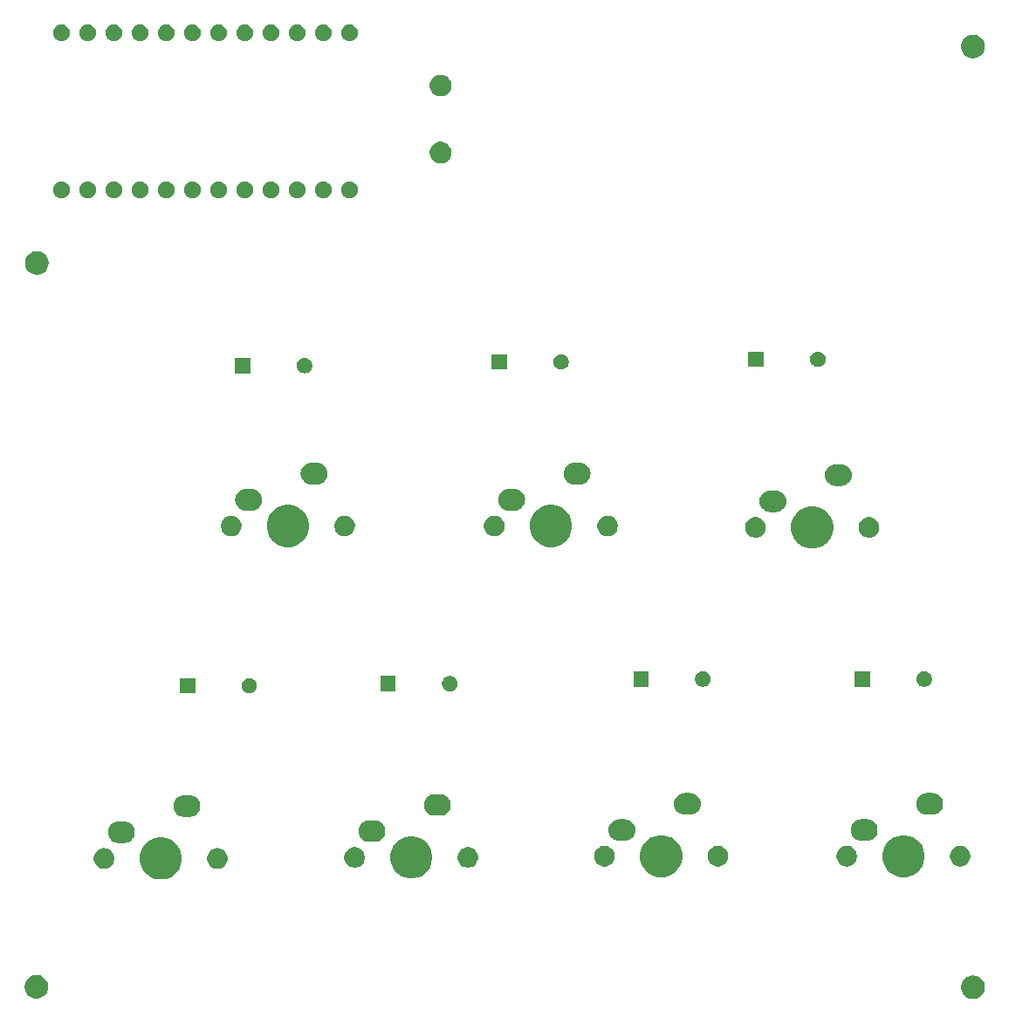
<source format=gbr>
G04 #@! TF.GenerationSoftware,KiCad,Pcbnew,(5.1.5-0-10_14)*
G04 #@! TF.CreationDate,2019-12-18T14:27:56+09:00*
G04 #@! TF.ProjectId,my_keybov2,6d795f6b-6579-4626-9f76-322e6b696361,rev?*
G04 #@! TF.SameCoordinates,Original*
G04 #@! TF.FileFunction,Soldermask,Bot*
G04 #@! TF.FilePolarity,Negative*
%FSLAX46Y46*%
G04 Gerber Fmt 4.6, Leading zero omitted, Abs format (unit mm)*
G04 Created by KiCad (PCBNEW (5.1.5-0-10_14)) date 2019-12-18 14:27:56*
%MOMM*%
%LPD*%
G04 APERTURE LIST*
%ADD10C,0.100000*%
G04 APERTURE END LIST*
D10*
G36*
X162924549Y-141471116D02*
G01*
X163035734Y-141493232D01*
X163245203Y-141579997D01*
X163433720Y-141705960D01*
X163594040Y-141866280D01*
X163720003Y-142054797D01*
X163786058Y-142214267D01*
X163806768Y-142264267D01*
X163841055Y-142436636D01*
X163851000Y-142486636D01*
X163851000Y-142713364D01*
X163806768Y-142935734D01*
X163720003Y-143145203D01*
X163594040Y-143333720D01*
X163433720Y-143494040D01*
X163245203Y-143620003D01*
X163035734Y-143706768D01*
X162924549Y-143728884D01*
X162813365Y-143751000D01*
X162586635Y-143751000D01*
X162475451Y-143728884D01*
X162364266Y-143706768D01*
X162154797Y-143620003D01*
X161966280Y-143494040D01*
X161805960Y-143333720D01*
X161679997Y-143145203D01*
X161593232Y-142935734D01*
X161549000Y-142713364D01*
X161549000Y-142486636D01*
X161558946Y-142436636D01*
X161593232Y-142264267D01*
X161613943Y-142214267D01*
X161679997Y-142054797D01*
X161805960Y-141866280D01*
X161966280Y-141705960D01*
X162154797Y-141579997D01*
X162364266Y-141493232D01*
X162475451Y-141471116D01*
X162586635Y-141449000D01*
X162813365Y-141449000D01*
X162924549Y-141471116D01*
G37*
G36*
X72074549Y-141421116D02*
G01*
X72185734Y-141443232D01*
X72395203Y-141529997D01*
X72583720Y-141655960D01*
X72744040Y-141816280D01*
X72870003Y-142004797D01*
X72956768Y-142214266D01*
X72966714Y-142264267D01*
X73001000Y-142436635D01*
X73001000Y-142663365D01*
X72991054Y-142713365D01*
X72956768Y-142885734D01*
X72870003Y-143095203D01*
X72744040Y-143283720D01*
X72583720Y-143444040D01*
X72395203Y-143570003D01*
X72185734Y-143656768D01*
X72074549Y-143678884D01*
X71963365Y-143701000D01*
X71736635Y-143701000D01*
X71625451Y-143678884D01*
X71514266Y-143656768D01*
X71304797Y-143570003D01*
X71116280Y-143444040D01*
X70955960Y-143283720D01*
X70829997Y-143095203D01*
X70743232Y-142885734D01*
X70708946Y-142713365D01*
X70699000Y-142663365D01*
X70699000Y-142436635D01*
X70733286Y-142264267D01*
X70743232Y-142214266D01*
X70829997Y-142004797D01*
X70955960Y-141816280D01*
X71116280Y-141655960D01*
X71304797Y-141529997D01*
X71514266Y-141443232D01*
X71625451Y-141421116D01*
X71736635Y-141399000D01*
X71963365Y-141399000D01*
X72074549Y-141421116D01*
G37*
G36*
X84498254Y-128127818D02*
G01*
X84871511Y-128282426D01*
X84871513Y-128282427D01*
X85207436Y-128506884D01*
X85493116Y-128792564D01*
X85713555Y-129122473D01*
X85717574Y-129128489D01*
X85872182Y-129501746D01*
X85951000Y-129897993D01*
X85951000Y-130302007D01*
X85872182Y-130698254D01*
X85721293Y-131062532D01*
X85717573Y-131071513D01*
X85493116Y-131407436D01*
X85207436Y-131693116D01*
X84871513Y-131917573D01*
X84871512Y-131917574D01*
X84871511Y-131917574D01*
X84498254Y-132072182D01*
X84102007Y-132151000D01*
X83697993Y-132151000D01*
X83301746Y-132072182D01*
X82928489Y-131917574D01*
X82928488Y-131917574D01*
X82928487Y-131917573D01*
X82592564Y-131693116D01*
X82306884Y-131407436D01*
X82082427Y-131071513D01*
X82078707Y-131062532D01*
X81927818Y-130698254D01*
X81849000Y-130302007D01*
X81849000Y-129897993D01*
X81927818Y-129501746D01*
X82082426Y-129128489D01*
X82086446Y-129122473D01*
X82306884Y-128792564D01*
X82592564Y-128506884D01*
X82928487Y-128282427D01*
X82928489Y-128282426D01*
X83301746Y-128127818D01*
X83697993Y-128049000D01*
X84102007Y-128049000D01*
X84498254Y-128127818D01*
G37*
G36*
X108798254Y-128027818D02*
G01*
X109171511Y-128182426D01*
X109171513Y-128182427D01*
X109507436Y-128406884D01*
X109793116Y-128692564D01*
X110007175Y-129012925D01*
X110017574Y-129028489D01*
X110172182Y-129401746D01*
X110251000Y-129797993D01*
X110251000Y-130202007D01*
X110172182Y-130598254D01*
X110021293Y-130962532D01*
X110017573Y-130971513D01*
X109793116Y-131307436D01*
X109507436Y-131593116D01*
X109171513Y-131817573D01*
X109171512Y-131817574D01*
X109171511Y-131817574D01*
X108798254Y-131972182D01*
X108402007Y-132051000D01*
X107997993Y-132051000D01*
X107601746Y-131972182D01*
X107228489Y-131817574D01*
X107228488Y-131817574D01*
X107228487Y-131817573D01*
X106892564Y-131593116D01*
X106606884Y-131307436D01*
X106382427Y-130971513D01*
X106378707Y-130962532D01*
X106227818Y-130598254D01*
X106149000Y-130202007D01*
X106149000Y-129797993D01*
X106227818Y-129401746D01*
X106382426Y-129028489D01*
X106392826Y-129012925D01*
X106606884Y-128692564D01*
X106892564Y-128406884D01*
X107228487Y-128182427D01*
X107228489Y-128182426D01*
X107601746Y-128027818D01*
X107997993Y-127949000D01*
X108402007Y-127949000D01*
X108798254Y-128027818D01*
G37*
G36*
X156548254Y-127927818D02*
G01*
X156840813Y-128049000D01*
X156921513Y-128082427D01*
X157154498Y-128238103D01*
X157257436Y-128306884D01*
X157543116Y-128592564D01*
X157767574Y-128928489D01*
X157922182Y-129301746D01*
X158001000Y-129697993D01*
X158001000Y-130102007D01*
X157922182Y-130498254D01*
X157771293Y-130862532D01*
X157767573Y-130871513D01*
X157543116Y-131207436D01*
X157257436Y-131493116D01*
X156921513Y-131717573D01*
X156921512Y-131717574D01*
X156921511Y-131717574D01*
X156548254Y-131872182D01*
X156152007Y-131951000D01*
X155747993Y-131951000D01*
X155351746Y-131872182D01*
X154978489Y-131717574D01*
X154978488Y-131717574D01*
X154978487Y-131717573D01*
X154642564Y-131493116D01*
X154356884Y-131207436D01*
X154132427Y-130871513D01*
X154128707Y-130862532D01*
X153977818Y-130498254D01*
X153899000Y-130102007D01*
X153899000Y-129697993D01*
X153977818Y-129301746D01*
X154132426Y-128928489D01*
X154356884Y-128592564D01*
X154642564Y-128306884D01*
X154745502Y-128238103D01*
X154978487Y-128082427D01*
X155059187Y-128049000D01*
X155351746Y-127927818D01*
X155747993Y-127849000D01*
X156152007Y-127849000D01*
X156548254Y-127927818D01*
G37*
G36*
X133048254Y-127927818D02*
G01*
X133340813Y-128049000D01*
X133421513Y-128082427D01*
X133654498Y-128238103D01*
X133757436Y-128306884D01*
X134043116Y-128592564D01*
X134267574Y-128928489D01*
X134422182Y-129301746D01*
X134501000Y-129697993D01*
X134501000Y-130102007D01*
X134422182Y-130498254D01*
X134271293Y-130862532D01*
X134267573Y-130871513D01*
X134043116Y-131207436D01*
X133757436Y-131493116D01*
X133421513Y-131717573D01*
X133421512Y-131717574D01*
X133421511Y-131717574D01*
X133048254Y-131872182D01*
X132652007Y-131951000D01*
X132247993Y-131951000D01*
X131851746Y-131872182D01*
X131478489Y-131717574D01*
X131478488Y-131717574D01*
X131478487Y-131717573D01*
X131142564Y-131493116D01*
X130856884Y-131207436D01*
X130632427Y-130871513D01*
X130628707Y-130862532D01*
X130477818Y-130498254D01*
X130399000Y-130102007D01*
X130399000Y-129697993D01*
X130477818Y-129301746D01*
X130632426Y-128928489D01*
X130856884Y-128592564D01*
X131142564Y-128306884D01*
X131245502Y-128238103D01*
X131478487Y-128082427D01*
X131559187Y-128049000D01*
X131851746Y-127927818D01*
X132247993Y-127849000D01*
X132652007Y-127849000D01*
X133048254Y-127927818D01*
G37*
G36*
X89595285Y-129118234D02*
G01*
X89691981Y-129137468D01*
X89874151Y-129212926D01*
X90038100Y-129322473D01*
X90177527Y-129461900D01*
X90275160Y-129608019D01*
X90287075Y-129625851D01*
X90362532Y-129808020D01*
X90401000Y-130001409D01*
X90401000Y-130198591D01*
X90382424Y-130291980D01*
X90362532Y-130391981D01*
X90287074Y-130574151D01*
X90177527Y-130738100D01*
X90038100Y-130877527D01*
X89874151Y-130987074D01*
X89691981Y-131062532D01*
X89595285Y-131081766D01*
X89498591Y-131101000D01*
X89301409Y-131101000D01*
X89204715Y-131081766D01*
X89108019Y-131062532D01*
X88925849Y-130987074D01*
X88761900Y-130877527D01*
X88622473Y-130738100D01*
X88512926Y-130574151D01*
X88437468Y-130391981D01*
X88417576Y-130291980D01*
X88399000Y-130198591D01*
X88399000Y-130001409D01*
X88437468Y-129808020D01*
X88512925Y-129625851D01*
X88524840Y-129608019D01*
X88622473Y-129461900D01*
X88761900Y-129322473D01*
X88925849Y-129212926D01*
X89108019Y-129137468D01*
X89204715Y-129118234D01*
X89301409Y-129099000D01*
X89498591Y-129099000D01*
X89595285Y-129118234D01*
G37*
G36*
X78595285Y-129118234D02*
G01*
X78691981Y-129137468D01*
X78874151Y-129212926D01*
X79038100Y-129322473D01*
X79177527Y-129461900D01*
X79275160Y-129608019D01*
X79287075Y-129625851D01*
X79362532Y-129808020D01*
X79401000Y-130001409D01*
X79401000Y-130198591D01*
X79382424Y-130291980D01*
X79362532Y-130391981D01*
X79287074Y-130574151D01*
X79177527Y-130738100D01*
X79038100Y-130877527D01*
X78874151Y-130987074D01*
X78691981Y-131062532D01*
X78595285Y-131081766D01*
X78498591Y-131101000D01*
X78301409Y-131101000D01*
X78204715Y-131081766D01*
X78108019Y-131062532D01*
X77925849Y-130987074D01*
X77761900Y-130877527D01*
X77622473Y-130738100D01*
X77512926Y-130574151D01*
X77437468Y-130391981D01*
X77417576Y-130291980D01*
X77399000Y-130198591D01*
X77399000Y-130001409D01*
X77437468Y-129808020D01*
X77512925Y-129625851D01*
X77524840Y-129608019D01*
X77622473Y-129461900D01*
X77761900Y-129322473D01*
X77925849Y-129212926D01*
X78108019Y-129137468D01*
X78204715Y-129118234D01*
X78301409Y-129099000D01*
X78498591Y-129099000D01*
X78595285Y-129118234D01*
G37*
G36*
X102991981Y-129037468D02*
G01*
X103174151Y-129112926D01*
X103338100Y-129222473D01*
X103477527Y-129361900D01*
X103587074Y-129525849D01*
X103628497Y-129625851D01*
X103662532Y-129708020D01*
X103701000Y-129901409D01*
X103701000Y-130098591D01*
X103682424Y-130191980D01*
X103662532Y-130291981D01*
X103587074Y-130474151D01*
X103477527Y-130638100D01*
X103338100Y-130777527D01*
X103174151Y-130887074D01*
X102991981Y-130962532D01*
X102798591Y-131001000D01*
X102601409Y-131001000D01*
X102408019Y-130962532D01*
X102225849Y-130887074D01*
X102061900Y-130777527D01*
X101922473Y-130638100D01*
X101812926Y-130474151D01*
X101737468Y-130291981D01*
X101717576Y-130191980D01*
X101699000Y-130098591D01*
X101699000Y-129901409D01*
X101737468Y-129708020D01*
X101771504Y-129625851D01*
X101812926Y-129525849D01*
X101922473Y-129361900D01*
X102061900Y-129222473D01*
X102225849Y-129112926D01*
X102408019Y-129037468D01*
X102601409Y-128999000D01*
X102798591Y-128999000D01*
X102991981Y-129037468D01*
G37*
G36*
X113991981Y-129037468D02*
G01*
X114174151Y-129112926D01*
X114338100Y-129222473D01*
X114477527Y-129361900D01*
X114587074Y-129525849D01*
X114628497Y-129625851D01*
X114662532Y-129708020D01*
X114701000Y-129901409D01*
X114701000Y-130098591D01*
X114682424Y-130191980D01*
X114662532Y-130291981D01*
X114587074Y-130474151D01*
X114477527Y-130638100D01*
X114338100Y-130777527D01*
X114174151Y-130887074D01*
X113991981Y-130962532D01*
X113798591Y-131001000D01*
X113601409Y-131001000D01*
X113408019Y-130962532D01*
X113225849Y-130887074D01*
X113061900Y-130777527D01*
X112922473Y-130638100D01*
X112812926Y-130474151D01*
X112737468Y-130291981D01*
X112717576Y-130191980D01*
X112699000Y-130098591D01*
X112699000Y-129901409D01*
X112737468Y-129708020D01*
X112771504Y-129625851D01*
X112812926Y-129525849D01*
X112922473Y-129361900D01*
X113061900Y-129222473D01*
X113225849Y-129112926D01*
X113408019Y-129037468D01*
X113601409Y-128999000D01*
X113798591Y-128999000D01*
X113991981Y-129037468D01*
G37*
G36*
X161741981Y-128937468D02*
G01*
X161924151Y-129012926D01*
X162088100Y-129122473D01*
X162227527Y-129261900D01*
X162337074Y-129425849D01*
X162412532Y-129608019D01*
X162416079Y-129625851D01*
X162450321Y-129797993D01*
X162451000Y-129801410D01*
X162451000Y-129998590D01*
X162412532Y-130191981D01*
X162337074Y-130374151D01*
X162227527Y-130538100D01*
X162088100Y-130677527D01*
X161924151Y-130787074D01*
X161741981Y-130862532D01*
X161666596Y-130877527D01*
X161548591Y-130901000D01*
X161351409Y-130901000D01*
X161233404Y-130877527D01*
X161158019Y-130862532D01*
X160975849Y-130787074D01*
X160811900Y-130677527D01*
X160672473Y-130538100D01*
X160562926Y-130374151D01*
X160487468Y-130191981D01*
X160449000Y-129998590D01*
X160449000Y-129801410D01*
X160449680Y-129797993D01*
X160483921Y-129625851D01*
X160487468Y-129608019D01*
X160562926Y-129425849D01*
X160672473Y-129261900D01*
X160811900Y-129122473D01*
X160975849Y-129012926D01*
X161158019Y-128937468D01*
X161351409Y-128899000D01*
X161548591Y-128899000D01*
X161741981Y-128937468D01*
G37*
G36*
X150741981Y-128937468D02*
G01*
X150924151Y-129012926D01*
X151088100Y-129122473D01*
X151227527Y-129261900D01*
X151337074Y-129425849D01*
X151412532Y-129608019D01*
X151416079Y-129625851D01*
X151450321Y-129797993D01*
X151451000Y-129801410D01*
X151451000Y-129998590D01*
X151412532Y-130191981D01*
X151337074Y-130374151D01*
X151227527Y-130538100D01*
X151088100Y-130677527D01*
X150924151Y-130787074D01*
X150741981Y-130862532D01*
X150666596Y-130877527D01*
X150548591Y-130901000D01*
X150351409Y-130901000D01*
X150233404Y-130877527D01*
X150158019Y-130862532D01*
X149975849Y-130787074D01*
X149811900Y-130677527D01*
X149672473Y-130538100D01*
X149562926Y-130374151D01*
X149487468Y-130191981D01*
X149449000Y-129998590D01*
X149449000Y-129801410D01*
X149449680Y-129797993D01*
X149483921Y-129625851D01*
X149487468Y-129608019D01*
X149562926Y-129425849D01*
X149672473Y-129261900D01*
X149811900Y-129122473D01*
X149975849Y-129012926D01*
X150158019Y-128937468D01*
X150351409Y-128899000D01*
X150548591Y-128899000D01*
X150741981Y-128937468D01*
G37*
G36*
X138241981Y-128937468D02*
G01*
X138424151Y-129012926D01*
X138588100Y-129122473D01*
X138727527Y-129261900D01*
X138837074Y-129425849D01*
X138912532Y-129608019D01*
X138916079Y-129625851D01*
X138950321Y-129797993D01*
X138951000Y-129801410D01*
X138951000Y-129998590D01*
X138912532Y-130191981D01*
X138837074Y-130374151D01*
X138727527Y-130538100D01*
X138588100Y-130677527D01*
X138424151Y-130787074D01*
X138241981Y-130862532D01*
X138166596Y-130877527D01*
X138048591Y-130901000D01*
X137851409Y-130901000D01*
X137733404Y-130877527D01*
X137658019Y-130862532D01*
X137475849Y-130787074D01*
X137311900Y-130677527D01*
X137172473Y-130538100D01*
X137062926Y-130374151D01*
X136987468Y-130191981D01*
X136949000Y-129998590D01*
X136949000Y-129801410D01*
X136949680Y-129797993D01*
X136983921Y-129625851D01*
X136987468Y-129608019D01*
X137062926Y-129425849D01*
X137172473Y-129261900D01*
X137311900Y-129122473D01*
X137475849Y-129012926D01*
X137658019Y-128937468D01*
X137851409Y-128899000D01*
X138048591Y-128899000D01*
X138241981Y-128937468D01*
G37*
G36*
X127241981Y-128937468D02*
G01*
X127424151Y-129012926D01*
X127588100Y-129122473D01*
X127727527Y-129261900D01*
X127837074Y-129425849D01*
X127912532Y-129608019D01*
X127916079Y-129625851D01*
X127950321Y-129797993D01*
X127951000Y-129801410D01*
X127951000Y-129998590D01*
X127912532Y-130191981D01*
X127837074Y-130374151D01*
X127727527Y-130538100D01*
X127588100Y-130677527D01*
X127424151Y-130787074D01*
X127241981Y-130862532D01*
X127166596Y-130877527D01*
X127048591Y-130901000D01*
X126851409Y-130901000D01*
X126733404Y-130877527D01*
X126658019Y-130862532D01*
X126475849Y-130787074D01*
X126311900Y-130677527D01*
X126172473Y-130538100D01*
X126062926Y-130374151D01*
X125987468Y-130191981D01*
X125949000Y-129998590D01*
X125949000Y-129801410D01*
X125949680Y-129797993D01*
X125983921Y-129625851D01*
X125987468Y-129608019D01*
X126062926Y-129425849D01*
X126172473Y-129261900D01*
X126311900Y-129122473D01*
X126475849Y-129012926D01*
X126658019Y-128937468D01*
X126851409Y-128899000D01*
X127048591Y-128899000D01*
X127241981Y-128937468D01*
G37*
G36*
X80443097Y-126514069D02*
G01*
X80546032Y-126524207D01*
X80736208Y-126581897D01*
X80744149Y-126584306D01*
X80798271Y-126613235D01*
X80926729Y-126681897D01*
X81086765Y-126813235D01*
X81218103Y-126973271D01*
X81262243Y-127055851D01*
X81315694Y-127155851D01*
X81315695Y-127155854D01*
X81375793Y-127353968D01*
X81396085Y-127560000D01*
X81375793Y-127766032D01*
X81315695Y-127964146D01*
X81315694Y-127964149D01*
X81271554Y-128046728D01*
X81218103Y-128146729D01*
X81086765Y-128306765D01*
X80926729Y-128438103D01*
X80840975Y-128483939D01*
X80744149Y-128535694D01*
X80744146Y-128535695D01*
X80546032Y-128595793D01*
X80443097Y-128605931D01*
X80391631Y-128611000D01*
X79788369Y-128611000D01*
X79736903Y-128605931D01*
X79633968Y-128595793D01*
X79435854Y-128535695D01*
X79435851Y-128535694D01*
X79339025Y-128483939D01*
X79253271Y-128438103D01*
X79093235Y-128306765D01*
X78961897Y-128146729D01*
X78908446Y-128046728D01*
X78864306Y-127964149D01*
X78864305Y-127964146D01*
X78804207Y-127766032D01*
X78783915Y-127560000D01*
X78804207Y-127353968D01*
X78864305Y-127155854D01*
X78864306Y-127155851D01*
X78917757Y-127055851D01*
X78961897Y-126973271D01*
X79093235Y-126813235D01*
X79253271Y-126681897D01*
X79381729Y-126613235D01*
X79435851Y-126584306D01*
X79443792Y-126581897D01*
X79633968Y-126524207D01*
X79736903Y-126514069D01*
X79788369Y-126509000D01*
X80391631Y-126509000D01*
X80443097Y-126514069D01*
G37*
G36*
X104743097Y-126414069D02*
G01*
X104846032Y-126424207D01*
X105036208Y-126481897D01*
X105044149Y-126484306D01*
X105118798Y-126524207D01*
X105226729Y-126581897D01*
X105386765Y-126713235D01*
X105518103Y-126873271D01*
X105562243Y-126955851D01*
X105615694Y-127055851D01*
X105615695Y-127055854D01*
X105675793Y-127253968D01*
X105696085Y-127460000D01*
X105675793Y-127666032D01*
X105615695Y-127864146D01*
X105615694Y-127864149D01*
X105571554Y-127946728D01*
X105518103Y-128046729D01*
X105386765Y-128206765D01*
X105226729Y-128338103D01*
X105140975Y-128383939D01*
X105044149Y-128435694D01*
X105044146Y-128435695D01*
X104846032Y-128495793D01*
X104743097Y-128505931D01*
X104691631Y-128511000D01*
X104088369Y-128511000D01*
X104036903Y-128505931D01*
X103933968Y-128495793D01*
X103735854Y-128435695D01*
X103735851Y-128435694D01*
X103639025Y-128383939D01*
X103553271Y-128338103D01*
X103393235Y-128206765D01*
X103261897Y-128046729D01*
X103208446Y-127946728D01*
X103164306Y-127864149D01*
X103164305Y-127864146D01*
X103104207Y-127666032D01*
X103083915Y-127460000D01*
X103104207Y-127253968D01*
X103164305Y-127055854D01*
X103164306Y-127055851D01*
X103217757Y-126955851D01*
X103261897Y-126873271D01*
X103393235Y-126713235D01*
X103553271Y-126581897D01*
X103661202Y-126524207D01*
X103735851Y-126484306D01*
X103743792Y-126481897D01*
X103933968Y-126424207D01*
X104036903Y-126414069D01*
X104088369Y-126409000D01*
X104691631Y-126409000D01*
X104743097Y-126414069D01*
G37*
G36*
X152493097Y-126314069D02*
G01*
X152596032Y-126324207D01*
X152794146Y-126384305D01*
X152794149Y-126384306D01*
X152868798Y-126424207D01*
X152976729Y-126481897D01*
X153136765Y-126613235D01*
X153268103Y-126773271D01*
X153289464Y-126813235D01*
X153365694Y-126955851D01*
X153365695Y-126955854D01*
X153425793Y-127153968D01*
X153446085Y-127360000D01*
X153425793Y-127566032D01*
X153395458Y-127666032D01*
X153365694Y-127764149D01*
X153320340Y-127849000D01*
X153268103Y-127946729D01*
X153136765Y-128106765D01*
X152976729Y-128238103D01*
X152893806Y-128282426D01*
X152794149Y-128335694D01*
X152794146Y-128335695D01*
X152596032Y-128395793D01*
X152493097Y-128405931D01*
X152441631Y-128411000D01*
X151838369Y-128411000D01*
X151786903Y-128405931D01*
X151683968Y-128395793D01*
X151485854Y-128335695D01*
X151485851Y-128335694D01*
X151386194Y-128282426D01*
X151303271Y-128238103D01*
X151143235Y-128106765D01*
X151011897Y-127946729D01*
X150959660Y-127849000D01*
X150914306Y-127764149D01*
X150884542Y-127666032D01*
X150854207Y-127566032D01*
X150833915Y-127360000D01*
X150854207Y-127153968D01*
X150914305Y-126955854D01*
X150914306Y-126955851D01*
X150990536Y-126813235D01*
X151011897Y-126773271D01*
X151143235Y-126613235D01*
X151303271Y-126481897D01*
X151411202Y-126424207D01*
X151485851Y-126384306D01*
X151485854Y-126384305D01*
X151683968Y-126324207D01*
X151786903Y-126314069D01*
X151838369Y-126309000D01*
X152441631Y-126309000D01*
X152493097Y-126314069D01*
G37*
G36*
X128993097Y-126314069D02*
G01*
X129096032Y-126324207D01*
X129294146Y-126384305D01*
X129294149Y-126384306D01*
X129368798Y-126424207D01*
X129476729Y-126481897D01*
X129636765Y-126613235D01*
X129768103Y-126773271D01*
X129789464Y-126813235D01*
X129865694Y-126955851D01*
X129865695Y-126955854D01*
X129925793Y-127153968D01*
X129946085Y-127360000D01*
X129925793Y-127566032D01*
X129895458Y-127666032D01*
X129865694Y-127764149D01*
X129820340Y-127849000D01*
X129768103Y-127946729D01*
X129636765Y-128106765D01*
X129476729Y-128238103D01*
X129393806Y-128282426D01*
X129294149Y-128335694D01*
X129294146Y-128335695D01*
X129096032Y-128395793D01*
X128993097Y-128405931D01*
X128941631Y-128411000D01*
X128338369Y-128411000D01*
X128286903Y-128405931D01*
X128183968Y-128395793D01*
X127985854Y-128335695D01*
X127985851Y-128335694D01*
X127886194Y-128282426D01*
X127803271Y-128238103D01*
X127643235Y-128106765D01*
X127511897Y-127946729D01*
X127459660Y-127849000D01*
X127414306Y-127764149D01*
X127384542Y-127666032D01*
X127354207Y-127566032D01*
X127333915Y-127360000D01*
X127354207Y-127153968D01*
X127414305Y-126955854D01*
X127414306Y-126955851D01*
X127490536Y-126813235D01*
X127511897Y-126773271D01*
X127643235Y-126613235D01*
X127803271Y-126481897D01*
X127911202Y-126424207D01*
X127985851Y-126384306D01*
X127985854Y-126384305D01*
X128183968Y-126324207D01*
X128286903Y-126314069D01*
X128338369Y-126309000D01*
X128941631Y-126309000D01*
X128993097Y-126314069D01*
G37*
G36*
X86793097Y-123974069D02*
G01*
X86896032Y-123984207D01*
X87086208Y-124041897D01*
X87094149Y-124044306D01*
X87148271Y-124073235D01*
X87276729Y-124141897D01*
X87436765Y-124273235D01*
X87568103Y-124433271D01*
X87612243Y-124515851D01*
X87665694Y-124615851D01*
X87665695Y-124615854D01*
X87725793Y-124813968D01*
X87746085Y-125020000D01*
X87725793Y-125226032D01*
X87696030Y-125324146D01*
X87665694Y-125424149D01*
X87621554Y-125506728D01*
X87568103Y-125606729D01*
X87436765Y-125766765D01*
X87276729Y-125898103D01*
X87190975Y-125943939D01*
X87094149Y-125995694D01*
X87094146Y-125995695D01*
X86896032Y-126055793D01*
X86793097Y-126065931D01*
X86741631Y-126071000D01*
X86138369Y-126071000D01*
X86086903Y-126065931D01*
X85983968Y-126055793D01*
X85785854Y-125995695D01*
X85785851Y-125995694D01*
X85689025Y-125943939D01*
X85603271Y-125898103D01*
X85443235Y-125766765D01*
X85311897Y-125606729D01*
X85258446Y-125506728D01*
X85214306Y-125424149D01*
X85183970Y-125324146D01*
X85154207Y-125226032D01*
X85133915Y-125020000D01*
X85154207Y-124813968D01*
X85214305Y-124615854D01*
X85214306Y-124615851D01*
X85267757Y-124515851D01*
X85311897Y-124433271D01*
X85443235Y-124273235D01*
X85603271Y-124141897D01*
X85731729Y-124073235D01*
X85785851Y-124044306D01*
X85793792Y-124041897D01*
X85983968Y-123984207D01*
X86086903Y-123974069D01*
X86138369Y-123969000D01*
X86741631Y-123969000D01*
X86793097Y-123974069D01*
G37*
G36*
X111093097Y-123874069D02*
G01*
X111196032Y-123884207D01*
X111386208Y-123941897D01*
X111394149Y-123944306D01*
X111468798Y-123984207D01*
X111576729Y-124041897D01*
X111736765Y-124173235D01*
X111868103Y-124333271D01*
X111912243Y-124415851D01*
X111965694Y-124515851D01*
X111965695Y-124515854D01*
X112025793Y-124713968D01*
X112046085Y-124920000D01*
X112025793Y-125126032D01*
X111995458Y-125226032D01*
X111965694Y-125324149D01*
X111921554Y-125406728D01*
X111868103Y-125506729D01*
X111736765Y-125666765D01*
X111576729Y-125798103D01*
X111490975Y-125843939D01*
X111394149Y-125895694D01*
X111394146Y-125895695D01*
X111196032Y-125955793D01*
X111093097Y-125965931D01*
X111041631Y-125971000D01*
X110438369Y-125971000D01*
X110386903Y-125965931D01*
X110283968Y-125955793D01*
X110085854Y-125895695D01*
X110085851Y-125895694D01*
X109989025Y-125843939D01*
X109903271Y-125798103D01*
X109743235Y-125666765D01*
X109611897Y-125506729D01*
X109558446Y-125406728D01*
X109514306Y-125324149D01*
X109484542Y-125226032D01*
X109454207Y-125126032D01*
X109433915Y-124920000D01*
X109454207Y-124713968D01*
X109514305Y-124515854D01*
X109514306Y-124515851D01*
X109567757Y-124415851D01*
X109611897Y-124333271D01*
X109743235Y-124173235D01*
X109903271Y-124041897D01*
X110011202Y-123984207D01*
X110085851Y-123944306D01*
X110093792Y-123941897D01*
X110283968Y-123884207D01*
X110386903Y-123874069D01*
X110438369Y-123869000D01*
X111041631Y-123869000D01*
X111093097Y-123874069D01*
G37*
G36*
X158843097Y-123774069D02*
G01*
X158946032Y-123784207D01*
X159144146Y-123844305D01*
X159144149Y-123844306D01*
X159218798Y-123884207D01*
X159326729Y-123941897D01*
X159486765Y-124073235D01*
X159618103Y-124233271D01*
X159639464Y-124273235D01*
X159715694Y-124415851D01*
X159715695Y-124415854D01*
X159775793Y-124613968D01*
X159796085Y-124820000D01*
X159775793Y-125026032D01*
X159745458Y-125126032D01*
X159715694Y-125224149D01*
X159663939Y-125320975D01*
X159618103Y-125406729D01*
X159486765Y-125566765D01*
X159326729Y-125698103D01*
X159240975Y-125743939D01*
X159144149Y-125795694D01*
X159144146Y-125795695D01*
X158946032Y-125855793D01*
X158843097Y-125865931D01*
X158791631Y-125871000D01*
X158188369Y-125871000D01*
X158136903Y-125865931D01*
X158033968Y-125855793D01*
X157835854Y-125795695D01*
X157835851Y-125795694D01*
X157739025Y-125743939D01*
X157653271Y-125698103D01*
X157493235Y-125566765D01*
X157361897Y-125406729D01*
X157316061Y-125320975D01*
X157264306Y-125224149D01*
X157234542Y-125126032D01*
X157204207Y-125026032D01*
X157183915Y-124820000D01*
X157204207Y-124613968D01*
X157264305Y-124415854D01*
X157264306Y-124415851D01*
X157340536Y-124273235D01*
X157361897Y-124233271D01*
X157493235Y-124073235D01*
X157653271Y-123941897D01*
X157761202Y-123884207D01*
X157835851Y-123844306D01*
X157835854Y-123844305D01*
X158033968Y-123784207D01*
X158136903Y-123774069D01*
X158188369Y-123769000D01*
X158791631Y-123769000D01*
X158843097Y-123774069D01*
G37*
G36*
X135343097Y-123774069D02*
G01*
X135446032Y-123784207D01*
X135644146Y-123844305D01*
X135644149Y-123844306D01*
X135718798Y-123884207D01*
X135826729Y-123941897D01*
X135986765Y-124073235D01*
X136118103Y-124233271D01*
X136139464Y-124273235D01*
X136215694Y-124415851D01*
X136215695Y-124415854D01*
X136275793Y-124613968D01*
X136296085Y-124820000D01*
X136275793Y-125026032D01*
X136245458Y-125126032D01*
X136215694Y-125224149D01*
X136163939Y-125320975D01*
X136118103Y-125406729D01*
X135986765Y-125566765D01*
X135826729Y-125698103D01*
X135740975Y-125743939D01*
X135644149Y-125795694D01*
X135644146Y-125795695D01*
X135446032Y-125855793D01*
X135343097Y-125865931D01*
X135291631Y-125871000D01*
X134688369Y-125871000D01*
X134636903Y-125865931D01*
X134533968Y-125855793D01*
X134335854Y-125795695D01*
X134335851Y-125795694D01*
X134239025Y-125743939D01*
X134153271Y-125698103D01*
X133993235Y-125566765D01*
X133861897Y-125406729D01*
X133816061Y-125320975D01*
X133764306Y-125224149D01*
X133734542Y-125126032D01*
X133704207Y-125026032D01*
X133683915Y-124820000D01*
X133704207Y-124613968D01*
X133764305Y-124415854D01*
X133764306Y-124415851D01*
X133840536Y-124273235D01*
X133861897Y-124233271D01*
X133993235Y-124073235D01*
X134153271Y-123941897D01*
X134261202Y-123884207D01*
X134335851Y-123844306D01*
X134335854Y-123844305D01*
X134533968Y-123784207D01*
X134636903Y-123774069D01*
X134688369Y-123769000D01*
X135291631Y-123769000D01*
X135343097Y-123774069D01*
G37*
G36*
X92594425Y-112604599D02*
G01*
X92718621Y-112629302D01*
X92855022Y-112685801D01*
X92977779Y-112767825D01*
X93082175Y-112872221D01*
X93164199Y-112994978D01*
X93220698Y-113131379D01*
X93249500Y-113276181D01*
X93249500Y-113423819D01*
X93220698Y-113568621D01*
X93164199Y-113705022D01*
X93082175Y-113827779D01*
X92977779Y-113932175D01*
X92855022Y-114014199D01*
X92718621Y-114070698D01*
X92594425Y-114095401D01*
X92573820Y-114099500D01*
X92426180Y-114099500D01*
X92405575Y-114095401D01*
X92281379Y-114070698D01*
X92144978Y-114014199D01*
X92022221Y-113932175D01*
X91917825Y-113827779D01*
X91835801Y-113705022D01*
X91779302Y-113568621D01*
X91750500Y-113423819D01*
X91750500Y-113276181D01*
X91779302Y-113131379D01*
X91835801Y-112994978D01*
X91917825Y-112872221D01*
X92022221Y-112767825D01*
X92144978Y-112685801D01*
X92281379Y-112629302D01*
X92405575Y-112604599D01*
X92426180Y-112600500D01*
X92573820Y-112600500D01*
X92594425Y-112604599D01*
G37*
G36*
X87249500Y-114099500D02*
G01*
X85750500Y-114099500D01*
X85750500Y-112600500D01*
X87249500Y-112600500D01*
X87249500Y-114099500D01*
G37*
G36*
X106699500Y-113899500D02*
G01*
X105200500Y-113899500D01*
X105200500Y-112400500D01*
X106699500Y-112400500D01*
X106699500Y-113899500D01*
G37*
G36*
X112044425Y-112404599D02*
G01*
X112168621Y-112429302D01*
X112305022Y-112485801D01*
X112427779Y-112567825D01*
X112532175Y-112672221D01*
X112614199Y-112794978D01*
X112670698Y-112931379D01*
X112699500Y-113076181D01*
X112699500Y-113223819D01*
X112670698Y-113368621D01*
X112614199Y-113505022D01*
X112532175Y-113627779D01*
X112427779Y-113732175D01*
X112305022Y-113814199D01*
X112168621Y-113870698D01*
X112044425Y-113895401D01*
X112023820Y-113899500D01*
X111876180Y-113899500D01*
X111855575Y-113895401D01*
X111731379Y-113870698D01*
X111594978Y-113814199D01*
X111472221Y-113732175D01*
X111367825Y-113627779D01*
X111285801Y-113505022D01*
X111229302Y-113368621D01*
X111200500Y-113223819D01*
X111200500Y-113076181D01*
X111229302Y-112931379D01*
X111285801Y-112794978D01*
X111367825Y-112672221D01*
X111472221Y-112567825D01*
X111594978Y-112485801D01*
X111731379Y-112429302D01*
X111855575Y-112404599D01*
X111876180Y-112400500D01*
X112023820Y-112400500D01*
X112044425Y-112404599D01*
G37*
G36*
X136594425Y-111954599D02*
G01*
X136718621Y-111979302D01*
X136855022Y-112035801D01*
X136977779Y-112117825D01*
X137082175Y-112222221D01*
X137164199Y-112344978D01*
X137220698Y-112481379D01*
X137249500Y-112626181D01*
X137249500Y-112773819D01*
X137220698Y-112918621D01*
X137164199Y-113055022D01*
X137082175Y-113177779D01*
X136977779Y-113282175D01*
X136855022Y-113364199D01*
X136718621Y-113420698D01*
X136594425Y-113445401D01*
X136573820Y-113449500D01*
X136426180Y-113449500D01*
X136405575Y-113445401D01*
X136281379Y-113420698D01*
X136144978Y-113364199D01*
X136022221Y-113282175D01*
X135917825Y-113177779D01*
X135835801Y-113055022D01*
X135779302Y-112918621D01*
X135750500Y-112773819D01*
X135750500Y-112626181D01*
X135779302Y-112481379D01*
X135835801Y-112344978D01*
X135917825Y-112222221D01*
X136022221Y-112117825D01*
X136144978Y-112035801D01*
X136281379Y-111979302D01*
X136405575Y-111954599D01*
X136426180Y-111950500D01*
X136573820Y-111950500D01*
X136594425Y-111954599D01*
G37*
G36*
X131249500Y-113449500D02*
G01*
X129750500Y-113449500D01*
X129750500Y-111950500D01*
X131249500Y-111950500D01*
X131249500Y-113449500D01*
G37*
G36*
X158044425Y-111954599D02*
G01*
X158168621Y-111979302D01*
X158305022Y-112035801D01*
X158427779Y-112117825D01*
X158532175Y-112222221D01*
X158614199Y-112344978D01*
X158670698Y-112481379D01*
X158699500Y-112626181D01*
X158699500Y-112773819D01*
X158670698Y-112918621D01*
X158614199Y-113055022D01*
X158532175Y-113177779D01*
X158427779Y-113282175D01*
X158305022Y-113364199D01*
X158168621Y-113420698D01*
X158044425Y-113445401D01*
X158023820Y-113449500D01*
X157876180Y-113449500D01*
X157855575Y-113445401D01*
X157731379Y-113420698D01*
X157594978Y-113364199D01*
X157472221Y-113282175D01*
X157367825Y-113177779D01*
X157285801Y-113055022D01*
X157229302Y-112918621D01*
X157200500Y-112773819D01*
X157200500Y-112626181D01*
X157229302Y-112481379D01*
X157285801Y-112344978D01*
X157367825Y-112222221D01*
X157472221Y-112117825D01*
X157594978Y-112035801D01*
X157731379Y-111979302D01*
X157855575Y-111954599D01*
X157876180Y-111950500D01*
X158023820Y-111950500D01*
X158044425Y-111954599D01*
G37*
G36*
X152699500Y-113449500D02*
G01*
X151200500Y-113449500D01*
X151200500Y-111950500D01*
X152699500Y-111950500D01*
X152699500Y-113449500D01*
G37*
G36*
X147698254Y-96027818D02*
G01*
X148071511Y-96182426D01*
X148071513Y-96182427D01*
X148226064Y-96285695D01*
X148407436Y-96406884D01*
X148693116Y-96692564D01*
X148917574Y-97028489D01*
X149072182Y-97401746D01*
X149151000Y-97797993D01*
X149151000Y-98202007D01*
X149072182Y-98598254D01*
X148921293Y-98962532D01*
X148917573Y-98971513D01*
X148693116Y-99307436D01*
X148407436Y-99593116D01*
X148071513Y-99817573D01*
X148071512Y-99817574D01*
X148071511Y-99817574D01*
X147698254Y-99972182D01*
X147302007Y-100051000D01*
X146897993Y-100051000D01*
X146501746Y-99972182D01*
X146128489Y-99817574D01*
X146128488Y-99817574D01*
X146128487Y-99817573D01*
X145792564Y-99593116D01*
X145506884Y-99307436D01*
X145282427Y-98971513D01*
X145278707Y-98962532D01*
X145127818Y-98598254D01*
X145049000Y-98202007D01*
X145049000Y-97797993D01*
X145127818Y-97401746D01*
X145282426Y-97028489D01*
X145506884Y-96692564D01*
X145792564Y-96406884D01*
X145973936Y-96285695D01*
X146128487Y-96182427D01*
X146128489Y-96182426D01*
X146501746Y-96027818D01*
X146897993Y-95949000D01*
X147302007Y-95949000D01*
X147698254Y-96027818D01*
G37*
G36*
X122348254Y-95877818D02*
G01*
X122721511Y-96032426D01*
X122721513Y-96032427D01*
X122742917Y-96046729D01*
X123057436Y-96256884D01*
X123343116Y-96542564D01*
X123567574Y-96878489D01*
X123722182Y-97251746D01*
X123801000Y-97647993D01*
X123801000Y-98052007D01*
X123722182Y-98448254D01*
X123585793Y-98777527D01*
X123567573Y-98821513D01*
X123343116Y-99157436D01*
X123057436Y-99443116D01*
X122721513Y-99667573D01*
X122721512Y-99667574D01*
X122721511Y-99667574D01*
X122348254Y-99822182D01*
X121952007Y-99901000D01*
X121547993Y-99901000D01*
X121151746Y-99822182D01*
X120778489Y-99667574D01*
X120778488Y-99667574D01*
X120778487Y-99667573D01*
X120442564Y-99443116D01*
X120156884Y-99157436D01*
X119932427Y-98821513D01*
X119914207Y-98777527D01*
X119777818Y-98448254D01*
X119699000Y-98052007D01*
X119699000Y-97647993D01*
X119777818Y-97251746D01*
X119932426Y-96878489D01*
X120156884Y-96542564D01*
X120442564Y-96256884D01*
X120757083Y-96046729D01*
X120778487Y-96032427D01*
X120778489Y-96032426D01*
X121151746Y-95877818D01*
X121547993Y-95799000D01*
X121952007Y-95799000D01*
X122348254Y-95877818D01*
G37*
G36*
X96848254Y-95877818D02*
G01*
X97221511Y-96032426D01*
X97221513Y-96032427D01*
X97242917Y-96046729D01*
X97557436Y-96256884D01*
X97843116Y-96542564D01*
X98067574Y-96878489D01*
X98222182Y-97251746D01*
X98301000Y-97647993D01*
X98301000Y-98052007D01*
X98222182Y-98448254D01*
X98085793Y-98777527D01*
X98067573Y-98821513D01*
X97843116Y-99157436D01*
X97557436Y-99443116D01*
X97221513Y-99667573D01*
X97221512Y-99667574D01*
X97221511Y-99667574D01*
X96848254Y-99822182D01*
X96452007Y-99901000D01*
X96047993Y-99901000D01*
X95651746Y-99822182D01*
X95278489Y-99667574D01*
X95278488Y-99667574D01*
X95278487Y-99667573D01*
X94942564Y-99443116D01*
X94656884Y-99157436D01*
X94432427Y-98821513D01*
X94414207Y-98777527D01*
X94277818Y-98448254D01*
X94199000Y-98052007D01*
X94199000Y-97647993D01*
X94277818Y-97251746D01*
X94432426Y-96878489D01*
X94656884Y-96542564D01*
X94942564Y-96256884D01*
X95257083Y-96046729D01*
X95278487Y-96032427D01*
X95278489Y-96032426D01*
X95651746Y-95877818D01*
X96047993Y-95799000D01*
X96452007Y-95799000D01*
X96848254Y-95877818D01*
G37*
G36*
X152795285Y-97018234D02*
G01*
X152891981Y-97037468D01*
X153074151Y-97112926D01*
X153238100Y-97222473D01*
X153377527Y-97361900D01*
X153487074Y-97525849D01*
X153562532Y-97708019D01*
X153601000Y-97901410D01*
X153601000Y-98098590D01*
X153562532Y-98291981D01*
X153487074Y-98474151D01*
X153377527Y-98638100D01*
X153238100Y-98777527D01*
X153074151Y-98887074D01*
X152891981Y-98962532D01*
X152795285Y-98981766D01*
X152698591Y-99001000D01*
X152501409Y-99001000D01*
X152308019Y-98962532D01*
X152125849Y-98887074D01*
X151961900Y-98777527D01*
X151822473Y-98638100D01*
X151712926Y-98474151D01*
X151637468Y-98291981D01*
X151599000Y-98098590D01*
X151599000Y-97901410D01*
X151637468Y-97708019D01*
X151712926Y-97525849D01*
X151822473Y-97361900D01*
X151961900Y-97222473D01*
X152125849Y-97112926D01*
X152308019Y-97037468D01*
X152404715Y-97018234D01*
X152501409Y-96999000D01*
X152698591Y-96999000D01*
X152795285Y-97018234D01*
G37*
G36*
X141795285Y-97018234D02*
G01*
X141891981Y-97037468D01*
X142074151Y-97112926D01*
X142238100Y-97222473D01*
X142377527Y-97361900D01*
X142487074Y-97525849D01*
X142562532Y-97708019D01*
X142601000Y-97901410D01*
X142601000Y-98098590D01*
X142562532Y-98291981D01*
X142487074Y-98474151D01*
X142377527Y-98638100D01*
X142238100Y-98777527D01*
X142074151Y-98887074D01*
X141891981Y-98962532D01*
X141795285Y-98981766D01*
X141698591Y-99001000D01*
X141501409Y-99001000D01*
X141308019Y-98962532D01*
X141125849Y-98887074D01*
X140961900Y-98777527D01*
X140822473Y-98638100D01*
X140712926Y-98474151D01*
X140637468Y-98291981D01*
X140599000Y-98098590D01*
X140599000Y-97901410D01*
X140637468Y-97708019D01*
X140712926Y-97525849D01*
X140822473Y-97361900D01*
X140961900Y-97222473D01*
X141125849Y-97112926D01*
X141308019Y-97037468D01*
X141404715Y-97018234D01*
X141501409Y-96999000D01*
X141698591Y-96999000D01*
X141795285Y-97018234D01*
G37*
G36*
X101945285Y-96868234D02*
G01*
X102041981Y-96887468D01*
X102224151Y-96962926D01*
X102388100Y-97072473D01*
X102527527Y-97211900D01*
X102637074Y-97375849D01*
X102712532Y-97558019D01*
X102751000Y-97751410D01*
X102751000Y-97948590D01*
X102712532Y-98141981D01*
X102637074Y-98324151D01*
X102527527Y-98488100D01*
X102388100Y-98627527D01*
X102224151Y-98737074D01*
X102041981Y-98812532D01*
X101848591Y-98851000D01*
X101651409Y-98851000D01*
X101458019Y-98812532D01*
X101275849Y-98737074D01*
X101111900Y-98627527D01*
X100972473Y-98488100D01*
X100862926Y-98324151D01*
X100787468Y-98141981D01*
X100749000Y-97948590D01*
X100749000Y-97751410D01*
X100787468Y-97558019D01*
X100862926Y-97375849D01*
X100972473Y-97211900D01*
X101111900Y-97072473D01*
X101275849Y-96962926D01*
X101458019Y-96887468D01*
X101554715Y-96868234D01*
X101651409Y-96849000D01*
X101848591Y-96849000D01*
X101945285Y-96868234D01*
G37*
G36*
X90945285Y-96868234D02*
G01*
X91041981Y-96887468D01*
X91224151Y-96962926D01*
X91388100Y-97072473D01*
X91527527Y-97211900D01*
X91637074Y-97375849D01*
X91712532Y-97558019D01*
X91751000Y-97751410D01*
X91751000Y-97948590D01*
X91712532Y-98141981D01*
X91637074Y-98324151D01*
X91527527Y-98488100D01*
X91388100Y-98627527D01*
X91224151Y-98737074D01*
X91041981Y-98812532D01*
X90848591Y-98851000D01*
X90651409Y-98851000D01*
X90458019Y-98812532D01*
X90275849Y-98737074D01*
X90111900Y-98627527D01*
X89972473Y-98488100D01*
X89862926Y-98324151D01*
X89787468Y-98141981D01*
X89749000Y-97948590D01*
X89749000Y-97751410D01*
X89787468Y-97558019D01*
X89862926Y-97375849D01*
X89972473Y-97211900D01*
X90111900Y-97072473D01*
X90275849Y-96962926D01*
X90458019Y-96887468D01*
X90554715Y-96868234D01*
X90651409Y-96849000D01*
X90848591Y-96849000D01*
X90945285Y-96868234D01*
G37*
G36*
X127445285Y-96868234D02*
G01*
X127541981Y-96887468D01*
X127724151Y-96962926D01*
X127888100Y-97072473D01*
X128027527Y-97211900D01*
X128137074Y-97375849D01*
X128212532Y-97558019D01*
X128251000Y-97751410D01*
X128251000Y-97948590D01*
X128212532Y-98141981D01*
X128137074Y-98324151D01*
X128027527Y-98488100D01*
X127888100Y-98627527D01*
X127724151Y-98737074D01*
X127541981Y-98812532D01*
X127348591Y-98851000D01*
X127151409Y-98851000D01*
X126958019Y-98812532D01*
X126775849Y-98737074D01*
X126611900Y-98627527D01*
X126472473Y-98488100D01*
X126362926Y-98324151D01*
X126287468Y-98141981D01*
X126249000Y-97948590D01*
X126249000Y-97751410D01*
X126287468Y-97558019D01*
X126362926Y-97375849D01*
X126472473Y-97211900D01*
X126611900Y-97072473D01*
X126775849Y-96962926D01*
X126958019Y-96887468D01*
X127054715Y-96868234D01*
X127151409Y-96849000D01*
X127348591Y-96849000D01*
X127445285Y-96868234D01*
G37*
G36*
X116445285Y-96868234D02*
G01*
X116541981Y-96887468D01*
X116724151Y-96962926D01*
X116888100Y-97072473D01*
X117027527Y-97211900D01*
X117137074Y-97375849D01*
X117212532Y-97558019D01*
X117251000Y-97751410D01*
X117251000Y-97948590D01*
X117212532Y-98141981D01*
X117137074Y-98324151D01*
X117027527Y-98488100D01*
X116888100Y-98627527D01*
X116724151Y-98737074D01*
X116541981Y-98812532D01*
X116348591Y-98851000D01*
X116151409Y-98851000D01*
X115958019Y-98812532D01*
X115775849Y-98737074D01*
X115611900Y-98627527D01*
X115472473Y-98488100D01*
X115362926Y-98324151D01*
X115287468Y-98141981D01*
X115249000Y-97948590D01*
X115249000Y-97751410D01*
X115287468Y-97558019D01*
X115362926Y-97375849D01*
X115472473Y-97211900D01*
X115611900Y-97072473D01*
X115775849Y-96962926D01*
X115958019Y-96887468D01*
X116054715Y-96868234D01*
X116151409Y-96849000D01*
X116348591Y-96849000D01*
X116445285Y-96868234D01*
G37*
G36*
X143643097Y-94414069D02*
G01*
X143746032Y-94424207D01*
X143944146Y-94484305D01*
X143944149Y-94484306D01*
X144040975Y-94536061D01*
X144126729Y-94581897D01*
X144286765Y-94713235D01*
X144418103Y-94873271D01*
X144435517Y-94905851D01*
X144515694Y-95055851D01*
X144515695Y-95055854D01*
X144575793Y-95253968D01*
X144596085Y-95460000D01*
X144575793Y-95666032D01*
X144535457Y-95799000D01*
X144515694Y-95864149D01*
X144470340Y-95949000D01*
X144418103Y-96046729D01*
X144286765Y-96206765D01*
X144126729Y-96338103D01*
X144083891Y-96361000D01*
X143944149Y-96435694D01*
X143944146Y-96435695D01*
X143746032Y-96495793D01*
X143643097Y-96505931D01*
X143591631Y-96511000D01*
X142988369Y-96511000D01*
X142936903Y-96505931D01*
X142833968Y-96495793D01*
X142635854Y-96435695D01*
X142635851Y-96435694D01*
X142496109Y-96361000D01*
X142453271Y-96338103D01*
X142293235Y-96206765D01*
X142161897Y-96046729D01*
X142109660Y-95949000D01*
X142064306Y-95864149D01*
X142044543Y-95799000D01*
X142004207Y-95666032D01*
X141983915Y-95460000D01*
X142004207Y-95253968D01*
X142064305Y-95055854D01*
X142064306Y-95055851D01*
X142144483Y-94905851D01*
X142161897Y-94873271D01*
X142293235Y-94713235D01*
X142453271Y-94581897D01*
X142539025Y-94536061D01*
X142635851Y-94484306D01*
X142635854Y-94484305D01*
X142833968Y-94424207D01*
X142936903Y-94414069D01*
X142988369Y-94409000D01*
X143591631Y-94409000D01*
X143643097Y-94414069D01*
G37*
G36*
X92793097Y-94264069D02*
G01*
X92896032Y-94274207D01*
X93094146Y-94334305D01*
X93094149Y-94334306D01*
X93190975Y-94386061D01*
X93276729Y-94431897D01*
X93436765Y-94563235D01*
X93568103Y-94723271D01*
X93613939Y-94809025D01*
X93665694Y-94905851D01*
X93665695Y-94905854D01*
X93725793Y-95103968D01*
X93746085Y-95310000D01*
X93725793Y-95516032D01*
X93680291Y-95666030D01*
X93665694Y-95714149D01*
X93620340Y-95799000D01*
X93568103Y-95896729D01*
X93436765Y-96056765D01*
X93276729Y-96188103D01*
X93190975Y-96233939D01*
X93094149Y-96285694D01*
X93094146Y-96285695D01*
X92896032Y-96345793D01*
X92793097Y-96355931D01*
X92741631Y-96361000D01*
X92138369Y-96361000D01*
X92086903Y-96355931D01*
X91983968Y-96345793D01*
X91785854Y-96285695D01*
X91785851Y-96285694D01*
X91689025Y-96233939D01*
X91603271Y-96188103D01*
X91443235Y-96056765D01*
X91311897Y-95896729D01*
X91259660Y-95799000D01*
X91214306Y-95714149D01*
X91199709Y-95666030D01*
X91154207Y-95516032D01*
X91133915Y-95310000D01*
X91154207Y-95103968D01*
X91214305Y-94905854D01*
X91214306Y-94905851D01*
X91266061Y-94809025D01*
X91311897Y-94723271D01*
X91443235Y-94563235D01*
X91603271Y-94431897D01*
X91689025Y-94386061D01*
X91785851Y-94334306D01*
X91785854Y-94334305D01*
X91983968Y-94274207D01*
X92086903Y-94264069D01*
X92138369Y-94259000D01*
X92741631Y-94259000D01*
X92793097Y-94264069D01*
G37*
G36*
X118293097Y-94264069D02*
G01*
X118396032Y-94274207D01*
X118594146Y-94334305D01*
X118594149Y-94334306D01*
X118690975Y-94386061D01*
X118776729Y-94431897D01*
X118936765Y-94563235D01*
X119068103Y-94723271D01*
X119113939Y-94809025D01*
X119165694Y-94905851D01*
X119165695Y-94905854D01*
X119225793Y-95103968D01*
X119246085Y-95310000D01*
X119225793Y-95516032D01*
X119180291Y-95666030D01*
X119165694Y-95714149D01*
X119120340Y-95799000D01*
X119068103Y-95896729D01*
X118936765Y-96056765D01*
X118776729Y-96188103D01*
X118690975Y-96233939D01*
X118594149Y-96285694D01*
X118594146Y-96285695D01*
X118396032Y-96345793D01*
X118293097Y-96355931D01*
X118241631Y-96361000D01*
X117638369Y-96361000D01*
X117586903Y-96355931D01*
X117483968Y-96345793D01*
X117285854Y-96285695D01*
X117285851Y-96285694D01*
X117189025Y-96233939D01*
X117103271Y-96188103D01*
X116943235Y-96056765D01*
X116811897Y-95896729D01*
X116759660Y-95799000D01*
X116714306Y-95714149D01*
X116699709Y-95666030D01*
X116654207Y-95516032D01*
X116633915Y-95310000D01*
X116654207Y-95103968D01*
X116714305Y-94905854D01*
X116714306Y-94905851D01*
X116766061Y-94809025D01*
X116811897Y-94723271D01*
X116943235Y-94563235D01*
X117103271Y-94431897D01*
X117189025Y-94386061D01*
X117285851Y-94334306D01*
X117285854Y-94334305D01*
X117483968Y-94274207D01*
X117586903Y-94264069D01*
X117638369Y-94259000D01*
X118241631Y-94259000D01*
X118293097Y-94264069D01*
G37*
G36*
X149993097Y-91874069D02*
G01*
X150096032Y-91884207D01*
X150294146Y-91944305D01*
X150294149Y-91944306D01*
X150390975Y-91996061D01*
X150476729Y-92041897D01*
X150636765Y-92173235D01*
X150768103Y-92333271D01*
X150785517Y-92365851D01*
X150865694Y-92515851D01*
X150865695Y-92515854D01*
X150925793Y-92713968D01*
X150946085Y-92920000D01*
X150925793Y-93126032D01*
X150865695Y-93324146D01*
X150865694Y-93324149D01*
X150813939Y-93420975D01*
X150768103Y-93506729D01*
X150636765Y-93666765D01*
X150476729Y-93798103D01*
X150433891Y-93821000D01*
X150294149Y-93895694D01*
X150294146Y-93895695D01*
X150096032Y-93955793D01*
X149993097Y-93965931D01*
X149941631Y-93971000D01*
X149338369Y-93971000D01*
X149286903Y-93965931D01*
X149183968Y-93955793D01*
X148985854Y-93895695D01*
X148985851Y-93895694D01*
X148846109Y-93821000D01*
X148803271Y-93798103D01*
X148643235Y-93666765D01*
X148511897Y-93506729D01*
X148466061Y-93420975D01*
X148414306Y-93324149D01*
X148414305Y-93324146D01*
X148354207Y-93126032D01*
X148333915Y-92920000D01*
X148354207Y-92713968D01*
X148414305Y-92515854D01*
X148414306Y-92515851D01*
X148494483Y-92365851D01*
X148511897Y-92333271D01*
X148643235Y-92173235D01*
X148803271Y-92041897D01*
X148889025Y-91996061D01*
X148985851Y-91944306D01*
X148985854Y-91944305D01*
X149183968Y-91884207D01*
X149286903Y-91874069D01*
X149338369Y-91869000D01*
X149941631Y-91869000D01*
X149993097Y-91874069D01*
G37*
G36*
X99143097Y-91724069D02*
G01*
X99246032Y-91734207D01*
X99444146Y-91794305D01*
X99444149Y-91794306D01*
X99540975Y-91846061D01*
X99626729Y-91891897D01*
X99786765Y-92023235D01*
X99918103Y-92183271D01*
X99963939Y-92269025D01*
X100015694Y-92365851D01*
X100015695Y-92365854D01*
X100075793Y-92563968D01*
X100096085Y-92770000D01*
X100075793Y-92976032D01*
X100030291Y-93126030D01*
X100015694Y-93174149D01*
X99963939Y-93270975D01*
X99918103Y-93356729D01*
X99786765Y-93516765D01*
X99626729Y-93648103D01*
X99540975Y-93693939D01*
X99444149Y-93745694D01*
X99444146Y-93745695D01*
X99246032Y-93805793D01*
X99143097Y-93815931D01*
X99091631Y-93821000D01*
X98488369Y-93821000D01*
X98436903Y-93815931D01*
X98333968Y-93805793D01*
X98135854Y-93745695D01*
X98135851Y-93745694D01*
X98039025Y-93693939D01*
X97953271Y-93648103D01*
X97793235Y-93516765D01*
X97661897Y-93356729D01*
X97616061Y-93270975D01*
X97564306Y-93174149D01*
X97549709Y-93126030D01*
X97504207Y-92976032D01*
X97483915Y-92770000D01*
X97504207Y-92563968D01*
X97564305Y-92365854D01*
X97564306Y-92365851D01*
X97616061Y-92269025D01*
X97661897Y-92183271D01*
X97793235Y-92023235D01*
X97953271Y-91891897D01*
X98039025Y-91846061D01*
X98135851Y-91794306D01*
X98135854Y-91794305D01*
X98333968Y-91734207D01*
X98436903Y-91724069D01*
X98488369Y-91719000D01*
X99091631Y-91719000D01*
X99143097Y-91724069D01*
G37*
G36*
X124643097Y-91724069D02*
G01*
X124746032Y-91734207D01*
X124944146Y-91794305D01*
X124944149Y-91794306D01*
X125040975Y-91846061D01*
X125126729Y-91891897D01*
X125286765Y-92023235D01*
X125418103Y-92183271D01*
X125463939Y-92269025D01*
X125515694Y-92365851D01*
X125515695Y-92365854D01*
X125575793Y-92563968D01*
X125596085Y-92770000D01*
X125575793Y-92976032D01*
X125530291Y-93126030D01*
X125515694Y-93174149D01*
X125463939Y-93270975D01*
X125418103Y-93356729D01*
X125286765Y-93516765D01*
X125126729Y-93648103D01*
X125040975Y-93693939D01*
X124944149Y-93745694D01*
X124944146Y-93745695D01*
X124746032Y-93805793D01*
X124643097Y-93815931D01*
X124591631Y-93821000D01*
X123988369Y-93821000D01*
X123936903Y-93815931D01*
X123833968Y-93805793D01*
X123635854Y-93745695D01*
X123635851Y-93745694D01*
X123539025Y-93693939D01*
X123453271Y-93648103D01*
X123293235Y-93516765D01*
X123161897Y-93356729D01*
X123116061Y-93270975D01*
X123064306Y-93174149D01*
X123049709Y-93126030D01*
X123004207Y-92976032D01*
X122983915Y-92770000D01*
X123004207Y-92563968D01*
X123064305Y-92365854D01*
X123064306Y-92365851D01*
X123116061Y-92269025D01*
X123161897Y-92183271D01*
X123293235Y-92023235D01*
X123453271Y-91891897D01*
X123539025Y-91846061D01*
X123635851Y-91794306D01*
X123635854Y-91794305D01*
X123833968Y-91734207D01*
X123936903Y-91724069D01*
X123988369Y-91719000D01*
X124591631Y-91719000D01*
X124643097Y-91724069D01*
G37*
G36*
X97944425Y-81554599D02*
G01*
X98068621Y-81579302D01*
X98205022Y-81635801D01*
X98327779Y-81717825D01*
X98432175Y-81822221D01*
X98514199Y-81944978D01*
X98570698Y-82081379D01*
X98599500Y-82226181D01*
X98599500Y-82373819D01*
X98570698Y-82518621D01*
X98514199Y-82655022D01*
X98432175Y-82777779D01*
X98327779Y-82882175D01*
X98205022Y-82964199D01*
X98068621Y-83020698D01*
X97944425Y-83045401D01*
X97923820Y-83049500D01*
X97776180Y-83049500D01*
X97755575Y-83045401D01*
X97631379Y-83020698D01*
X97494978Y-82964199D01*
X97372221Y-82882175D01*
X97267825Y-82777779D01*
X97185801Y-82655022D01*
X97129302Y-82518621D01*
X97100500Y-82373819D01*
X97100500Y-82226181D01*
X97129302Y-82081379D01*
X97185801Y-81944978D01*
X97267825Y-81822221D01*
X97372221Y-81717825D01*
X97494978Y-81635801D01*
X97631379Y-81579302D01*
X97755575Y-81554599D01*
X97776180Y-81550500D01*
X97923820Y-81550500D01*
X97944425Y-81554599D01*
G37*
G36*
X92599500Y-83049500D02*
G01*
X91100500Y-83049500D01*
X91100500Y-81550500D01*
X92599500Y-81550500D01*
X92599500Y-83049500D01*
G37*
G36*
X122844425Y-81204599D02*
G01*
X122968621Y-81229302D01*
X123105022Y-81285801D01*
X123227779Y-81367825D01*
X123332175Y-81472221D01*
X123414199Y-81594978D01*
X123470698Y-81731379D01*
X123499500Y-81876181D01*
X123499500Y-82023819D01*
X123470698Y-82168621D01*
X123414199Y-82305022D01*
X123332175Y-82427779D01*
X123227779Y-82532175D01*
X123105022Y-82614199D01*
X122968621Y-82670698D01*
X122844425Y-82695401D01*
X122823820Y-82699500D01*
X122676180Y-82699500D01*
X122655575Y-82695401D01*
X122531379Y-82670698D01*
X122394978Y-82614199D01*
X122272221Y-82532175D01*
X122167825Y-82427779D01*
X122085801Y-82305022D01*
X122029302Y-82168621D01*
X122000500Y-82023819D01*
X122000500Y-81876181D01*
X122029302Y-81731379D01*
X122085801Y-81594978D01*
X122167825Y-81472221D01*
X122272221Y-81367825D01*
X122394978Y-81285801D01*
X122531379Y-81229302D01*
X122655575Y-81204599D01*
X122676180Y-81200500D01*
X122823820Y-81200500D01*
X122844425Y-81204599D01*
G37*
G36*
X117499500Y-82699500D02*
G01*
X116000500Y-82699500D01*
X116000500Y-81200500D01*
X117499500Y-81200500D01*
X117499500Y-82699500D01*
G37*
G36*
X142399500Y-82449500D02*
G01*
X140900500Y-82449500D01*
X140900500Y-80950500D01*
X142399500Y-80950500D01*
X142399500Y-82449500D01*
G37*
G36*
X147744425Y-80954599D02*
G01*
X147868621Y-80979302D01*
X148005022Y-81035801D01*
X148127779Y-81117825D01*
X148232175Y-81222221D01*
X148314199Y-81344978D01*
X148370698Y-81481379D01*
X148399500Y-81626181D01*
X148399500Y-81773819D01*
X148370698Y-81918621D01*
X148314199Y-82055022D01*
X148232175Y-82177779D01*
X148127779Y-82282175D01*
X148005022Y-82364199D01*
X147868621Y-82420698D01*
X147744425Y-82445401D01*
X147723820Y-82449500D01*
X147576180Y-82449500D01*
X147555575Y-82445401D01*
X147431379Y-82420698D01*
X147294978Y-82364199D01*
X147172221Y-82282175D01*
X147067825Y-82177779D01*
X146985801Y-82055022D01*
X146929302Y-81918621D01*
X146900500Y-81773819D01*
X146900500Y-81626181D01*
X146929302Y-81481379D01*
X146985801Y-81344978D01*
X147067825Y-81222221D01*
X147172221Y-81117825D01*
X147294978Y-81035801D01*
X147431379Y-80979302D01*
X147555575Y-80954599D01*
X147576180Y-80950500D01*
X147723820Y-80950500D01*
X147744425Y-80954599D01*
G37*
G36*
X72124549Y-71221116D02*
G01*
X72235734Y-71243232D01*
X72445203Y-71329997D01*
X72633720Y-71455960D01*
X72794040Y-71616280D01*
X72920003Y-71804797D01*
X73006768Y-72014266D01*
X73051000Y-72236636D01*
X73051000Y-72463364D01*
X73006768Y-72685734D01*
X72920003Y-72895203D01*
X72794040Y-73083720D01*
X72633720Y-73244040D01*
X72445203Y-73370003D01*
X72235734Y-73456768D01*
X72124549Y-73478884D01*
X72013365Y-73501000D01*
X71786635Y-73501000D01*
X71675451Y-73478884D01*
X71564266Y-73456768D01*
X71354797Y-73370003D01*
X71166280Y-73244040D01*
X71005960Y-73083720D01*
X70879997Y-72895203D01*
X70793232Y-72685734D01*
X70749000Y-72463364D01*
X70749000Y-72236636D01*
X70793232Y-72014266D01*
X70879997Y-71804797D01*
X71005960Y-71616280D01*
X71166280Y-71455960D01*
X71354797Y-71329997D01*
X71564266Y-71243232D01*
X71675451Y-71221116D01*
X71786635Y-71199000D01*
X72013365Y-71199000D01*
X72124549Y-71221116D01*
G37*
G36*
X74509142Y-64476842D02*
G01*
X74657101Y-64538129D01*
X74790255Y-64627099D01*
X74903501Y-64740345D01*
X74992471Y-64873499D01*
X75053758Y-65021458D01*
X75085000Y-65178525D01*
X75085000Y-65338675D01*
X75053758Y-65495742D01*
X74992471Y-65643701D01*
X74903501Y-65776855D01*
X74790255Y-65890101D01*
X74657101Y-65979071D01*
X74509142Y-66040358D01*
X74352075Y-66071600D01*
X74191925Y-66071600D01*
X74034858Y-66040358D01*
X73886899Y-65979071D01*
X73753745Y-65890101D01*
X73640499Y-65776855D01*
X73551529Y-65643701D01*
X73490242Y-65495742D01*
X73459000Y-65338675D01*
X73459000Y-65178525D01*
X73490242Y-65021458D01*
X73551529Y-64873499D01*
X73640499Y-64740345D01*
X73753745Y-64627099D01*
X73886899Y-64538129D01*
X74034858Y-64476842D01*
X74191925Y-64445600D01*
X74352075Y-64445600D01*
X74509142Y-64476842D01*
G37*
G36*
X99909142Y-64476842D02*
G01*
X100057101Y-64538129D01*
X100190255Y-64627099D01*
X100303501Y-64740345D01*
X100392471Y-64873499D01*
X100453758Y-65021458D01*
X100485000Y-65178525D01*
X100485000Y-65338675D01*
X100453758Y-65495742D01*
X100392471Y-65643701D01*
X100303501Y-65776855D01*
X100190255Y-65890101D01*
X100057101Y-65979071D01*
X99909142Y-66040358D01*
X99752075Y-66071600D01*
X99591925Y-66071600D01*
X99434858Y-66040358D01*
X99286899Y-65979071D01*
X99153745Y-65890101D01*
X99040499Y-65776855D01*
X98951529Y-65643701D01*
X98890242Y-65495742D01*
X98859000Y-65338675D01*
X98859000Y-65178525D01*
X98890242Y-65021458D01*
X98951529Y-64873499D01*
X99040499Y-64740345D01*
X99153745Y-64627099D01*
X99286899Y-64538129D01*
X99434858Y-64476842D01*
X99591925Y-64445600D01*
X99752075Y-64445600D01*
X99909142Y-64476842D01*
G37*
G36*
X77049142Y-64476842D02*
G01*
X77197101Y-64538129D01*
X77330255Y-64627099D01*
X77443501Y-64740345D01*
X77532471Y-64873499D01*
X77593758Y-65021458D01*
X77625000Y-65178525D01*
X77625000Y-65338675D01*
X77593758Y-65495742D01*
X77532471Y-65643701D01*
X77443501Y-65776855D01*
X77330255Y-65890101D01*
X77197101Y-65979071D01*
X77049142Y-66040358D01*
X76892075Y-66071600D01*
X76731925Y-66071600D01*
X76574858Y-66040358D01*
X76426899Y-65979071D01*
X76293745Y-65890101D01*
X76180499Y-65776855D01*
X76091529Y-65643701D01*
X76030242Y-65495742D01*
X75999000Y-65338675D01*
X75999000Y-65178525D01*
X76030242Y-65021458D01*
X76091529Y-64873499D01*
X76180499Y-64740345D01*
X76293745Y-64627099D01*
X76426899Y-64538129D01*
X76574858Y-64476842D01*
X76731925Y-64445600D01*
X76892075Y-64445600D01*
X77049142Y-64476842D01*
G37*
G36*
X79589142Y-64476842D02*
G01*
X79737101Y-64538129D01*
X79870255Y-64627099D01*
X79983501Y-64740345D01*
X80072471Y-64873499D01*
X80133758Y-65021458D01*
X80165000Y-65178525D01*
X80165000Y-65338675D01*
X80133758Y-65495742D01*
X80072471Y-65643701D01*
X79983501Y-65776855D01*
X79870255Y-65890101D01*
X79737101Y-65979071D01*
X79589142Y-66040358D01*
X79432075Y-66071600D01*
X79271925Y-66071600D01*
X79114858Y-66040358D01*
X78966899Y-65979071D01*
X78833745Y-65890101D01*
X78720499Y-65776855D01*
X78631529Y-65643701D01*
X78570242Y-65495742D01*
X78539000Y-65338675D01*
X78539000Y-65178525D01*
X78570242Y-65021458D01*
X78631529Y-64873499D01*
X78720499Y-64740345D01*
X78833745Y-64627099D01*
X78966899Y-64538129D01*
X79114858Y-64476842D01*
X79271925Y-64445600D01*
X79432075Y-64445600D01*
X79589142Y-64476842D01*
G37*
G36*
X82129142Y-64476842D02*
G01*
X82277101Y-64538129D01*
X82410255Y-64627099D01*
X82523501Y-64740345D01*
X82612471Y-64873499D01*
X82673758Y-65021458D01*
X82705000Y-65178525D01*
X82705000Y-65338675D01*
X82673758Y-65495742D01*
X82612471Y-65643701D01*
X82523501Y-65776855D01*
X82410255Y-65890101D01*
X82277101Y-65979071D01*
X82129142Y-66040358D01*
X81972075Y-66071600D01*
X81811925Y-66071600D01*
X81654858Y-66040358D01*
X81506899Y-65979071D01*
X81373745Y-65890101D01*
X81260499Y-65776855D01*
X81171529Y-65643701D01*
X81110242Y-65495742D01*
X81079000Y-65338675D01*
X81079000Y-65178525D01*
X81110242Y-65021458D01*
X81171529Y-64873499D01*
X81260499Y-64740345D01*
X81373745Y-64627099D01*
X81506899Y-64538129D01*
X81654858Y-64476842D01*
X81811925Y-64445600D01*
X81972075Y-64445600D01*
X82129142Y-64476842D01*
G37*
G36*
X84669142Y-64476842D02*
G01*
X84817101Y-64538129D01*
X84950255Y-64627099D01*
X85063501Y-64740345D01*
X85152471Y-64873499D01*
X85213758Y-65021458D01*
X85245000Y-65178525D01*
X85245000Y-65338675D01*
X85213758Y-65495742D01*
X85152471Y-65643701D01*
X85063501Y-65776855D01*
X84950255Y-65890101D01*
X84817101Y-65979071D01*
X84669142Y-66040358D01*
X84512075Y-66071600D01*
X84351925Y-66071600D01*
X84194858Y-66040358D01*
X84046899Y-65979071D01*
X83913745Y-65890101D01*
X83800499Y-65776855D01*
X83711529Y-65643701D01*
X83650242Y-65495742D01*
X83619000Y-65338675D01*
X83619000Y-65178525D01*
X83650242Y-65021458D01*
X83711529Y-64873499D01*
X83800499Y-64740345D01*
X83913745Y-64627099D01*
X84046899Y-64538129D01*
X84194858Y-64476842D01*
X84351925Y-64445600D01*
X84512075Y-64445600D01*
X84669142Y-64476842D01*
G37*
G36*
X87209142Y-64476842D02*
G01*
X87357101Y-64538129D01*
X87490255Y-64627099D01*
X87603501Y-64740345D01*
X87692471Y-64873499D01*
X87753758Y-65021458D01*
X87785000Y-65178525D01*
X87785000Y-65338675D01*
X87753758Y-65495742D01*
X87692471Y-65643701D01*
X87603501Y-65776855D01*
X87490255Y-65890101D01*
X87357101Y-65979071D01*
X87209142Y-66040358D01*
X87052075Y-66071600D01*
X86891925Y-66071600D01*
X86734858Y-66040358D01*
X86586899Y-65979071D01*
X86453745Y-65890101D01*
X86340499Y-65776855D01*
X86251529Y-65643701D01*
X86190242Y-65495742D01*
X86159000Y-65338675D01*
X86159000Y-65178525D01*
X86190242Y-65021458D01*
X86251529Y-64873499D01*
X86340499Y-64740345D01*
X86453745Y-64627099D01*
X86586899Y-64538129D01*
X86734858Y-64476842D01*
X86891925Y-64445600D01*
X87052075Y-64445600D01*
X87209142Y-64476842D01*
G37*
G36*
X89749142Y-64476842D02*
G01*
X89897101Y-64538129D01*
X90030255Y-64627099D01*
X90143501Y-64740345D01*
X90232471Y-64873499D01*
X90293758Y-65021458D01*
X90325000Y-65178525D01*
X90325000Y-65338675D01*
X90293758Y-65495742D01*
X90232471Y-65643701D01*
X90143501Y-65776855D01*
X90030255Y-65890101D01*
X89897101Y-65979071D01*
X89749142Y-66040358D01*
X89592075Y-66071600D01*
X89431925Y-66071600D01*
X89274858Y-66040358D01*
X89126899Y-65979071D01*
X88993745Y-65890101D01*
X88880499Y-65776855D01*
X88791529Y-65643701D01*
X88730242Y-65495742D01*
X88699000Y-65338675D01*
X88699000Y-65178525D01*
X88730242Y-65021458D01*
X88791529Y-64873499D01*
X88880499Y-64740345D01*
X88993745Y-64627099D01*
X89126899Y-64538129D01*
X89274858Y-64476842D01*
X89431925Y-64445600D01*
X89592075Y-64445600D01*
X89749142Y-64476842D01*
G37*
G36*
X92289142Y-64476842D02*
G01*
X92437101Y-64538129D01*
X92570255Y-64627099D01*
X92683501Y-64740345D01*
X92772471Y-64873499D01*
X92833758Y-65021458D01*
X92865000Y-65178525D01*
X92865000Y-65338675D01*
X92833758Y-65495742D01*
X92772471Y-65643701D01*
X92683501Y-65776855D01*
X92570255Y-65890101D01*
X92437101Y-65979071D01*
X92289142Y-66040358D01*
X92132075Y-66071600D01*
X91971925Y-66071600D01*
X91814858Y-66040358D01*
X91666899Y-65979071D01*
X91533745Y-65890101D01*
X91420499Y-65776855D01*
X91331529Y-65643701D01*
X91270242Y-65495742D01*
X91239000Y-65338675D01*
X91239000Y-65178525D01*
X91270242Y-65021458D01*
X91331529Y-64873499D01*
X91420499Y-64740345D01*
X91533745Y-64627099D01*
X91666899Y-64538129D01*
X91814858Y-64476842D01*
X91971925Y-64445600D01*
X92132075Y-64445600D01*
X92289142Y-64476842D01*
G37*
G36*
X94829142Y-64476842D02*
G01*
X94977101Y-64538129D01*
X95110255Y-64627099D01*
X95223501Y-64740345D01*
X95312471Y-64873499D01*
X95373758Y-65021458D01*
X95405000Y-65178525D01*
X95405000Y-65338675D01*
X95373758Y-65495742D01*
X95312471Y-65643701D01*
X95223501Y-65776855D01*
X95110255Y-65890101D01*
X94977101Y-65979071D01*
X94829142Y-66040358D01*
X94672075Y-66071600D01*
X94511925Y-66071600D01*
X94354858Y-66040358D01*
X94206899Y-65979071D01*
X94073745Y-65890101D01*
X93960499Y-65776855D01*
X93871529Y-65643701D01*
X93810242Y-65495742D01*
X93779000Y-65338675D01*
X93779000Y-65178525D01*
X93810242Y-65021458D01*
X93871529Y-64873499D01*
X93960499Y-64740345D01*
X94073745Y-64627099D01*
X94206899Y-64538129D01*
X94354858Y-64476842D01*
X94511925Y-64445600D01*
X94672075Y-64445600D01*
X94829142Y-64476842D01*
G37*
G36*
X97369142Y-64476842D02*
G01*
X97517101Y-64538129D01*
X97650255Y-64627099D01*
X97763501Y-64740345D01*
X97852471Y-64873499D01*
X97913758Y-65021458D01*
X97945000Y-65178525D01*
X97945000Y-65338675D01*
X97913758Y-65495742D01*
X97852471Y-65643701D01*
X97763501Y-65776855D01*
X97650255Y-65890101D01*
X97517101Y-65979071D01*
X97369142Y-66040358D01*
X97212075Y-66071600D01*
X97051925Y-66071600D01*
X96894858Y-66040358D01*
X96746899Y-65979071D01*
X96613745Y-65890101D01*
X96500499Y-65776855D01*
X96411529Y-65643701D01*
X96350242Y-65495742D01*
X96319000Y-65338675D01*
X96319000Y-65178525D01*
X96350242Y-65021458D01*
X96411529Y-64873499D01*
X96500499Y-64740345D01*
X96613745Y-64627099D01*
X96746899Y-64538129D01*
X96894858Y-64476842D01*
X97051925Y-64445600D01*
X97212075Y-64445600D01*
X97369142Y-64476842D01*
G37*
G36*
X102449142Y-64476842D02*
G01*
X102597101Y-64538129D01*
X102730255Y-64627099D01*
X102843501Y-64740345D01*
X102932471Y-64873499D01*
X102993758Y-65021458D01*
X103025000Y-65178525D01*
X103025000Y-65338675D01*
X102993758Y-65495742D01*
X102932471Y-65643701D01*
X102843501Y-65776855D01*
X102730255Y-65890101D01*
X102597101Y-65979071D01*
X102449142Y-66040358D01*
X102292075Y-66071600D01*
X102131925Y-66071600D01*
X101974858Y-66040358D01*
X101826899Y-65979071D01*
X101693745Y-65890101D01*
X101580499Y-65776855D01*
X101491529Y-65643701D01*
X101430242Y-65495742D01*
X101399000Y-65338675D01*
X101399000Y-65178525D01*
X101430242Y-65021458D01*
X101491529Y-64873499D01*
X101580499Y-64740345D01*
X101693745Y-64627099D01*
X101826899Y-64538129D01*
X101974858Y-64476842D01*
X102131925Y-64445600D01*
X102292075Y-64445600D01*
X102449142Y-64476842D01*
G37*
G36*
X111356564Y-60639389D02*
G01*
X111547833Y-60718615D01*
X111547835Y-60718616D01*
X111719973Y-60833635D01*
X111866365Y-60980027D01*
X111981385Y-61152167D01*
X112060611Y-61343436D01*
X112101000Y-61546484D01*
X112101000Y-61753516D01*
X112060611Y-61956564D01*
X111981385Y-62147833D01*
X111981384Y-62147835D01*
X111866365Y-62319973D01*
X111719973Y-62466365D01*
X111547835Y-62581384D01*
X111547834Y-62581385D01*
X111547833Y-62581385D01*
X111356564Y-62660611D01*
X111153516Y-62701000D01*
X110946484Y-62701000D01*
X110743436Y-62660611D01*
X110552167Y-62581385D01*
X110552166Y-62581385D01*
X110552165Y-62581384D01*
X110380027Y-62466365D01*
X110233635Y-62319973D01*
X110118616Y-62147835D01*
X110118615Y-62147833D01*
X110039389Y-61956564D01*
X109999000Y-61753516D01*
X109999000Y-61546484D01*
X110039389Y-61343436D01*
X110118615Y-61152167D01*
X110233635Y-60980027D01*
X110380027Y-60833635D01*
X110552165Y-60718616D01*
X110552167Y-60718615D01*
X110743436Y-60639389D01*
X110946484Y-60599000D01*
X111153516Y-60599000D01*
X111356564Y-60639389D01*
G37*
G36*
X111356564Y-54139389D02*
G01*
X111547833Y-54218615D01*
X111547835Y-54218616D01*
X111719973Y-54333635D01*
X111866365Y-54480027D01*
X111981385Y-54652167D01*
X112060611Y-54843436D01*
X112101000Y-55046484D01*
X112101000Y-55253516D01*
X112060611Y-55456564D01*
X111981385Y-55647833D01*
X111981384Y-55647835D01*
X111866365Y-55819973D01*
X111719973Y-55966365D01*
X111547835Y-56081384D01*
X111547834Y-56081385D01*
X111547833Y-56081385D01*
X111356564Y-56160611D01*
X111153516Y-56201000D01*
X110946484Y-56201000D01*
X110743436Y-56160611D01*
X110552167Y-56081385D01*
X110552166Y-56081385D01*
X110552165Y-56081384D01*
X110380027Y-55966365D01*
X110233635Y-55819973D01*
X110118616Y-55647835D01*
X110118615Y-55647833D01*
X110039389Y-55456564D01*
X109999000Y-55253516D01*
X109999000Y-55046484D01*
X110039389Y-54843436D01*
X110118615Y-54652167D01*
X110233635Y-54480027D01*
X110380027Y-54333635D01*
X110552165Y-54218616D01*
X110552167Y-54218615D01*
X110743436Y-54139389D01*
X110946484Y-54099000D01*
X111153516Y-54099000D01*
X111356564Y-54139389D01*
G37*
G36*
X162924549Y-50221116D02*
G01*
X163035734Y-50243232D01*
X163245203Y-50329997D01*
X163433720Y-50455960D01*
X163594040Y-50616280D01*
X163720003Y-50804797D01*
X163720004Y-50804799D01*
X163745416Y-50866150D01*
X163806768Y-51014266D01*
X163851000Y-51236636D01*
X163851000Y-51463364D01*
X163806768Y-51685734D01*
X163720003Y-51895203D01*
X163594040Y-52083720D01*
X163433720Y-52244040D01*
X163245203Y-52370003D01*
X163035734Y-52456768D01*
X162924549Y-52478884D01*
X162813365Y-52501000D01*
X162586635Y-52501000D01*
X162475451Y-52478884D01*
X162364266Y-52456768D01*
X162154797Y-52370003D01*
X161966280Y-52244040D01*
X161805960Y-52083720D01*
X161679997Y-51895203D01*
X161593232Y-51685734D01*
X161549000Y-51463364D01*
X161549000Y-51236636D01*
X161593232Y-51014266D01*
X161654584Y-50866150D01*
X161679996Y-50804799D01*
X161679997Y-50804797D01*
X161805960Y-50616280D01*
X161966280Y-50455960D01*
X162154797Y-50329997D01*
X162364266Y-50243232D01*
X162475451Y-50221116D01*
X162586635Y-50199000D01*
X162813365Y-50199000D01*
X162924549Y-50221116D01*
G37*
G36*
X102449142Y-49256842D02*
G01*
X102597101Y-49318129D01*
X102730255Y-49407099D01*
X102843501Y-49520345D01*
X102932471Y-49653499D01*
X102993758Y-49801458D01*
X103025000Y-49958525D01*
X103025000Y-50118675D01*
X102993758Y-50275742D01*
X102932471Y-50423701D01*
X102843501Y-50556855D01*
X102730255Y-50670101D01*
X102597101Y-50759071D01*
X102449142Y-50820358D01*
X102292075Y-50851600D01*
X102131925Y-50851600D01*
X101974858Y-50820358D01*
X101826899Y-50759071D01*
X101693745Y-50670101D01*
X101580499Y-50556855D01*
X101491529Y-50423701D01*
X101430242Y-50275742D01*
X101399000Y-50118675D01*
X101399000Y-49958525D01*
X101430242Y-49801458D01*
X101491529Y-49653499D01*
X101580499Y-49520345D01*
X101693745Y-49407099D01*
X101826899Y-49318129D01*
X101974858Y-49256842D01*
X102131925Y-49225600D01*
X102292075Y-49225600D01*
X102449142Y-49256842D01*
G37*
G36*
X74509142Y-49256842D02*
G01*
X74657101Y-49318129D01*
X74790255Y-49407099D01*
X74903501Y-49520345D01*
X74992471Y-49653499D01*
X75053758Y-49801458D01*
X75085000Y-49958525D01*
X75085000Y-50118675D01*
X75053758Y-50275742D01*
X74992471Y-50423701D01*
X74903501Y-50556855D01*
X74790255Y-50670101D01*
X74657101Y-50759071D01*
X74509142Y-50820358D01*
X74352075Y-50851600D01*
X74191925Y-50851600D01*
X74034858Y-50820358D01*
X73886899Y-50759071D01*
X73753745Y-50670101D01*
X73640499Y-50556855D01*
X73551529Y-50423701D01*
X73490242Y-50275742D01*
X73459000Y-50118675D01*
X73459000Y-49958525D01*
X73490242Y-49801458D01*
X73551529Y-49653499D01*
X73640499Y-49520345D01*
X73753745Y-49407099D01*
X73886899Y-49318129D01*
X74034858Y-49256842D01*
X74191925Y-49225600D01*
X74352075Y-49225600D01*
X74509142Y-49256842D01*
G37*
G36*
X77049142Y-49256842D02*
G01*
X77197101Y-49318129D01*
X77330255Y-49407099D01*
X77443501Y-49520345D01*
X77532471Y-49653499D01*
X77593758Y-49801458D01*
X77625000Y-49958525D01*
X77625000Y-50118675D01*
X77593758Y-50275742D01*
X77532471Y-50423701D01*
X77443501Y-50556855D01*
X77330255Y-50670101D01*
X77197101Y-50759071D01*
X77049142Y-50820358D01*
X76892075Y-50851600D01*
X76731925Y-50851600D01*
X76574858Y-50820358D01*
X76426899Y-50759071D01*
X76293745Y-50670101D01*
X76180499Y-50556855D01*
X76091529Y-50423701D01*
X76030242Y-50275742D01*
X75999000Y-50118675D01*
X75999000Y-49958525D01*
X76030242Y-49801458D01*
X76091529Y-49653499D01*
X76180499Y-49520345D01*
X76293745Y-49407099D01*
X76426899Y-49318129D01*
X76574858Y-49256842D01*
X76731925Y-49225600D01*
X76892075Y-49225600D01*
X77049142Y-49256842D01*
G37*
G36*
X79589142Y-49256842D02*
G01*
X79737101Y-49318129D01*
X79870255Y-49407099D01*
X79983501Y-49520345D01*
X80072471Y-49653499D01*
X80133758Y-49801458D01*
X80165000Y-49958525D01*
X80165000Y-50118675D01*
X80133758Y-50275742D01*
X80072471Y-50423701D01*
X79983501Y-50556855D01*
X79870255Y-50670101D01*
X79737101Y-50759071D01*
X79589142Y-50820358D01*
X79432075Y-50851600D01*
X79271925Y-50851600D01*
X79114858Y-50820358D01*
X78966899Y-50759071D01*
X78833745Y-50670101D01*
X78720499Y-50556855D01*
X78631529Y-50423701D01*
X78570242Y-50275742D01*
X78539000Y-50118675D01*
X78539000Y-49958525D01*
X78570242Y-49801458D01*
X78631529Y-49653499D01*
X78720499Y-49520345D01*
X78833745Y-49407099D01*
X78966899Y-49318129D01*
X79114858Y-49256842D01*
X79271925Y-49225600D01*
X79432075Y-49225600D01*
X79589142Y-49256842D01*
G37*
G36*
X82129142Y-49256842D02*
G01*
X82277101Y-49318129D01*
X82410255Y-49407099D01*
X82523501Y-49520345D01*
X82612471Y-49653499D01*
X82673758Y-49801458D01*
X82705000Y-49958525D01*
X82705000Y-50118675D01*
X82673758Y-50275742D01*
X82612471Y-50423701D01*
X82523501Y-50556855D01*
X82410255Y-50670101D01*
X82277101Y-50759071D01*
X82129142Y-50820358D01*
X81972075Y-50851600D01*
X81811925Y-50851600D01*
X81654858Y-50820358D01*
X81506899Y-50759071D01*
X81373745Y-50670101D01*
X81260499Y-50556855D01*
X81171529Y-50423701D01*
X81110242Y-50275742D01*
X81079000Y-50118675D01*
X81079000Y-49958525D01*
X81110242Y-49801458D01*
X81171529Y-49653499D01*
X81260499Y-49520345D01*
X81373745Y-49407099D01*
X81506899Y-49318129D01*
X81654858Y-49256842D01*
X81811925Y-49225600D01*
X81972075Y-49225600D01*
X82129142Y-49256842D01*
G37*
G36*
X84669142Y-49256842D02*
G01*
X84817101Y-49318129D01*
X84950255Y-49407099D01*
X85063501Y-49520345D01*
X85152471Y-49653499D01*
X85213758Y-49801458D01*
X85245000Y-49958525D01*
X85245000Y-50118675D01*
X85213758Y-50275742D01*
X85152471Y-50423701D01*
X85063501Y-50556855D01*
X84950255Y-50670101D01*
X84817101Y-50759071D01*
X84669142Y-50820358D01*
X84512075Y-50851600D01*
X84351925Y-50851600D01*
X84194858Y-50820358D01*
X84046899Y-50759071D01*
X83913745Y-50670101D01*
X83800499Y-50556855D01*
X83711529Y-50423701D01*
X83650242Y-50275742D01*
X83619000Y-50118675D01*
X83619000Y-49958525D01*
X83650242Y-49801458D01*
X83711529Y-49653499D01*
X83800499Y-49520345D01*
X83913745Y-49407099D01*
X84046899Y-49318129D01*
X84194858Y-49256842D01*
X84351925Y-49225600D01*
X84512075Y-49225600D01*
X84669142Y-49256842D01*
G37*
G36*
X87209142Y-49256842D02*
G01*
X87357101Y-49318129D01*
X87490255Y-49407099D01*
X87603501Y-49520345D01*
X87692471Y-49653499D01*
X87753758Y-49801458D01*
X87785000Y-49958525D01*
X87785000Y-50118675D01*
X87753758Y-50275742D01*
X87692471Y-50423701D01*
X87603501Y-50556855D01*
X87490255Y-50670101D01*
X87357101Y-50759071D01*
X87209142Y-50820358D01*
X87052075Y-50851600D01*
X86891925Y-50851600D01*
X86734858Y-50820358D01*
X86586899Y-50759071D01*
X86453745Y-50670101D01*
X86340499Y-50556855D01*
X86251529Y-50423701D01*
X86190242Y-50275742D01*
X86159000Y-50118675D01*
X86159000Y-49958525D01*
X86190242Y-49801458D01*
X86251529Y-49653499D01*
X86340499Y-49520345D01*
X86453745Y-49407099D01*
X86586899Y-49318129D01*
X86734858Y-49256842D01*
X86891925Y-49225600D01*
X87052075Y-49225600D01*
X87209142Y-49256842D01*
G37*
G36*
X89749142Y-49256842D02*
G01*
X89897101Y-49318129D01*
X90030255Y-49407099D01*
X90143501Y-49520345D01*
X90232471Y-49653499D01*
X90293758Y-49801458D01*
X90325000Y-49958525D01*
X90325000Y-50118675D01*
X90293758Y-50275742D01*
X90232471Y-50423701D01*
X90143501Y-50556855D01*
X90030255Y-50670101D01*
X89897101Y-50759071D01*
X89749142Y-50820358D01*
X89592075Y-50851600D01*
X89431925Y-50851600D01*
X89274858Y-50820358D01*
X89126899Y-50759071D01*
X88993745Y-50670101D01*
X88880499Y-50556855D01*
X88791529Y-50423701D01*
X88730242Y-50275742D01*
X88699000Y-50118675D01*
X88699000Y-49958525D01*
X88730242Y-49801458D01*
X88791529Y-49653499D01*
X88880499Y-49520345D01*
X88993745Y-49407099D01*
X89126899Y-49318129D01*
X89274858Y-49256842D01*
X89431925Y-49225600D01*
X89592075Y-49225600D01*
X89749142Y-49256842D01*
G37*
G36*
X92289142Y-49256842D02*
G01*
X92437101Y-49318129D01*
X92570255Y-49407099D01*
X92683501Y-49520345D01*
X92772471Y-49653499D01*
X92833758Y-49801458D01*
X92865000Y-49958525D01*
X92865000Y-50118675D01*
X92833758Y-50275742D01*
X92772471Y-50423701D01*
X92683501Y-50556855D01*
X92570255Y-50670101D01*
X92437101Y-50759071D01*
X92289142Y-50820358D01*
X92132075Y-50851600D01*
X91971925Y-50851600D01*
X91814858Y-50820358D01*
X91666899Y-50759071D01*
X91533745Y-50670101D01*
X91420499Y-50556855D01*
X91331529Y-50423701D01*
X91270242Y-50275742D01*
X91239000Y-50118675D01*
X91239000Y-49958525D01*
X91270242Y-49801458D01*
X91331529Y-49653499D01*
X91420499Y-49520345D01*
X91533745Y-49407099D01*
X91666899Y-49318129D01*
X91814858Y-49256842D01*
X91971925Y-49225600D01*
X92132075Y-49225600D01*
X92289142Y-49256842D01*
G37*
G36*
X94829142Y-49256842D02*
G01*
X94977101Y-49318129D01*
X95110255Y-49407099D01*
X95223501Y-49520345D01*
X95312471Y-49653499D01*
X95373758Y-49801458D01*
X95405000Y-49958525D01*
X95405000Y-50118675D01*
X95373758Y-50275742D01*
X95312471Y-50423701D01*
X95223501Y-50556855D01*
X95110255Y-50670101D01*
X94977101Y-50759071D01*
X94829142Y-50820358D01*
X94672075Y-50851600D01*
X94511925Y-50851600D01*
X94354858Y-50820358D01*
X94206899Y-50759071D01*
X94073745Y-50670101D01*
X93960499Y-50556855D01*
X93871529Y-50423701D01*
X93810242Y-50275742D01*
X93779000Y-50118675D01*
X93779000Y-49958525D01*
X93810242Y-49801458D01*
X93871529Y-49653499D01*
X93960499Y-49520345D01*
X94073745Y-49407099D01*
X94206899Y-49318129D01*
X94354858Y-49256842D01*
X94511925Y-49225600D01*
X94672075Y-49225600D01*
X94829142Y-49256842D01*
G37*
G36*
X97369142Y-49256842D02*
G01*
X97517101Y-49318129D01*
X97650255Y-49407099D01*
X97763501Y-49520345D01*
X97852471Y-49653499D01*
X97913758Y-49801458D01*
X97945000Y-49958525D01*
X97945000Y-50118675D01*
X97913758Y-50275742D01*
X97852471Y-50423701D01*
X97763501Y-50556855D01*
X97650255Y-50670101D01*
X97517101Y-50759071D01*
X97369142Y-50820358D01*
X97212075Y-50851600D01*
X97051925Y-50851600D01*
X96894858Y-50820358D01*
X96746899Y-50759071D01*
X96613745Y-50670101D01*
X96500499Y-50556855D01*
X96411529Y-50423701D01*
X96350242Y-50275742D01*
X96319000Y-50118675D01*
X96319000Y-49958525D01*
X96350242Y-49801458D01*
X96411529Y-49653499D01*
X96500499Y-49520345D01*
X96613745Y-49407099D01*
X96746899Y-49318129D01*
X96894858Y-49256842D01*
X97051925Y-49225600D01*
X97212075Y-49225600D01*
X97369142Y-49256842D01*
G37*
G36*
X99909142Y-49256842D02*
G01*
X100057101Y-49318129D01*
X100190255Y-49407099D01*
X100303501Y-49520345D01*
X100392471Y-49653499D01*
X100453758Y-49801458D01*
X100485000Y-49958525D01*
X100485000Y-50118675D01*
X100453758Y-50275742D01*
X100392471Y-50423701D01*
X100303501Y-50556855D01*
X100190255Y-50670101D01*
X100057101Y-50759071D01*
X99909142Y-50820358D01*
X99752075Y-50851600D01*
X99591925Y-50851600D01*
X99434858Y-50820358D01*
X99286899Y-50759071D01*
X99153745Y-50670101D01*
X99040499Y-50556855D01*
X98951529Y-50423701D01*
X98890242Y-50275742D01*
X98859000Y-50118675D01*
X98859000Y-49958525D01*
X98890242Y-49801458D01*
X98951529Y-49653499D01*
X99040499Y-49520345D01*
X99153745Y-49407099D01*
X99286899Y-49318129D01*
X99434858Y-49256842D01*
X99591925Y-49225600D01*
X99752075Y-49225600D01*
X99909142Y-49256842D01*
G37*
M02*

</source>
